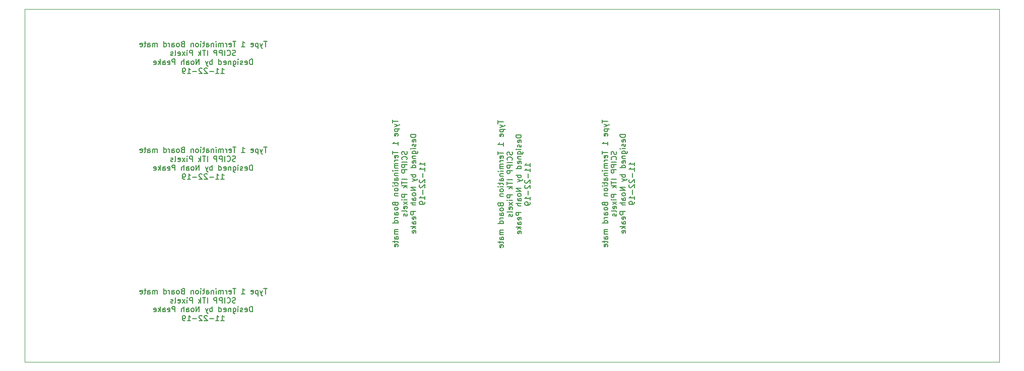
<source format=gbr>
G04 #@! TF.GenerationSoftware,KiCad,Pcbnew,(5.1.4)-1*
G04 #@! TF.CreationDate,2019-11-22T14:34:32-08:00*
G04 #@! TF.ProjectId,Type1 Termination Board v2 (UMPT_ TLH),54797065-3120-4546-9572-6d696e617469,rev?*
G04 #@! TF.SameCoordinates,Original*
G04 #@! TF.FileFunction,Legend,Bot*
G04 #@! TF.FilePolarity,Positive*
%FSLAX46Y46*%
G04 Gerber Fmt 4.6, Leading zero omitted, Abs format (unit mm)*
G04 Created by KiCad (PCBNEW (5.1.4)-1) date 2019-11-22 14:34:32*
%MOMM*%
%LPD*%
G04 APERTURE LIST*
%ADD10C,0.050000*%
%ADD11C,0.150000*%
G04 APERTURE END LIST*
D10*
X175900000Y-70700000D02*
X175900000Y-71500000D01*
X12100000Y-71500000D02*
X12100000Y-12100000D01*
X175900000Y-71500000D02*
X12100000Y-71500000D01*
X175900000Y-12100000D02*
X175900000Y-70700000D01*
X12100000Y-12100000D02*
X175900000Y-12100000D01*
D11*
X109157142Y-30785714D02*
X109157142Y-31300000D01*
X110057142Y-31042857D02*
X109157142Y-31042857D01*
X109457142Y-31514285D02*
X110057142Y-31728571D01*
X109457142Y-31942857D02*
X110057142Y-31728571D01*
X110271428Y-31642857D01*
X110314285Y-31600000D01*
X110357142Y-31514285D01*
X109457142Y-32285714D02*
X110357142Y-32285714D01*
X109500000Y-32285714D02*
X109457142Y-32371428D01*
X109457142Y-32542857D01*
X109500000Y-32628571D01*
X109542857Y-32671428D01*
X109628571Y-32714285D01*
X109885714Y-32714285D01*
X109971428Y-32671428D01*
X110014285Y-32628571D01*
X110057142Y-32542857D01*
X110057142Y-32371428D01*
X110014285Y-32285714D01*
X110014285Y-33442857D02*
X110057142Y-33357142D01*
X110057142Y-33185714D01*
X110014285Y-33100000D01*
X109928571Y-33057142D01*
X109585714Y-33057142D01*
X109500000Y-33100000D01*
X109457142Y-33185714D01*
X109457142Y-33357142D01*
X109500000Y-33442857D01*
X109585714Y-33485714D01*
X109671428Y-33485714D01*
X109757142Y-33057142D01*
X110057142Y-35028571D02*
X110057142Y-34514285D01*
X110057142Y-34771428D02*
X109157142Y-34771428D01*
X109285714Y-34685714D01*
X109371428Y-34600000D01*
X109414285Y-34514285D01*
X109157142Y-35971428D02*
X109157142Y-36485714D01*
X110057142Y-36228571D02*
X109157142Y-36228571D01*
X110014285Y-37128571D02*
X110057142Y-37042857D01*
X110057142Y-36871428D01*
X110014285Y-36785714D01*
X109928571Y-36742857D01*
X109585714Y-36742857D01*
X109500000Y-36785714D01*
X109457142Y-36871428D01*
X109457142Y-37042857D01*
X109500000Y-37128571D01*
X109585714Y-37171428D01*
X109671428Y-37171428D01*
X109757142Y-36742857D01*
X110057142Y-37557142D02*
X109457142Y-37557142D01*
X109628571Y-37557142D02*
X109542857Y-37600000D01*
X109500000Y-37642857D01*
X109457142Y-37728571D01*
X109457142Y-37814285D01*
X110057142Y-38114285D02*
X109457142Y-38114285D01*
X109542857Y-38114285D02*
X109500000Y-38157142D01*
X109457142Y-38242857D01*
X109457142Y-38371428D01*
X109500000Y-38457142D01*
X109585714Y-38500000D01*
X110057142Y-38500000D01*
X109585714Y-38500000D02*
X109500000Y-38542857D01*
X109457142Y-38628571D01*
X109457142Y-38757142D01*
X109500000Y-38842857D01*
X109585714Y-38885714D01*
X110057142Y-38885714D01*
X110057142Y-39314285D02*
X109457142Y-39314285D01*
X109157142Y-39314285D02*
X109200000Y-39271428D01*
X109242857Y-39314285D01*
X109200000Y-39357142D01*
X109157142Y-39314285D01*
X109242857Y-39314285D01*
X109457142Y-39742857D02*
X110057142Y-39742857D01*
X109542857Y-39742857D02*
X109500000Y-39785714D01*
X109457142Y-39871428D01*
X109457142Y-40000000D01*
X109500000Y-40085714D01*
X109585714Y-40128571D01*
X110057142Y-40128571D01*
X110057142Y-40942857D02*
X109585714Y-40942857D01*
X109500000Y-40900000D01*
X109457142Y-40814285D01*
X109457142Y-40642857D01*
X109500000Y-40557142D01*
X110014285Y-40942857D02*
X110057142Y-40857142D01*
X110057142Y-40642857D01*
X110014285Y-40557142D01*
X109928571Y-40514285D01*
X109842857Y-40514285D01*
X109757142Y-40557142D01*
X109714285Y-40642857D01*
X109714285Y-40857142D01*
X109671428Y-40942857D01*
X109457142Y-41242857D02*
X109457142Y-41585714D01*
X109157142Y-41371428D02*
X109928571Y-41371428D01*
X110014285Y-41414285D01*
X110057142Y-41500000D01*
X110057142Y-41585714D01*
X110057142Y-41885714D02*
X109457142Y-41885714D01*
X109157142Y-41885714D02*
X109200000Y-41842857D01*
X109242857Y-41885714D01*
X109200000Y-41928571D01*
X109157142Y-41885714D01*
X109242857Y-41885714D01*
X110057142Y-42442857D02*
X110014285Y-42357142D01*
X109971428Y-42314285D01*
X109885714Y-42271428D01*
X109628571Y-42271428D01*
X109542857Y-42314285D01*
X109500000Y-42357142D01*
X109457142Y-42442857D01*
X109457142Y-42571428D01*
X109500000Y-42657142D01*
X109542857Y-42700000D01*
X109628571Y-42742857D01*
X109885714Y-42742857D01*
X109971428Y-42700000D01*
X110014285Y-42657142D01*
X110057142Y-42571428D01*
X110057142Y-42442857D01*
X109457142Y-43128571D02*
X110057142Y-43128571D01*
X109542857Y-43128571D02*
X109500000Y-43171428D01*
X109457142Y-43257142D01*
X109457142Y-43385714D01*
X109500000Y-43471428D01*
X109585714Y-43514285D01*
X110057142Y-43514285D01*
X109585714Y-44928571D02*
X109628571Y-45057142D01*
X109671428Y-45100000D01*
X109757142Y-45142857D01*
X109885714Y-45142857D01*
X109971428Y-45100000D01*
X110014285Y-45057142D01*
X110057142Y-44971428D01*
X110057142Y-44628571D01*
X109157142Y-44628571D01*
X109157142Y-44928571D01*
X109200000Y-45014285D01*
X109242857Y-45057142D01*
X109328571Y-45100000D01*
X109414285Y-45100000D01*
X109500000Y-45057142D01*
X109542857Y-45014285D01*
X109585714Y-44928571D01*
X109585714Y-44628571D01*
X110057142Y-45657142D02*
X110014285Y-45571428D01*
X109971428Y-45528571D01*
X109885714Y-45485714D01*
X109628571Y-45485714D01*
X109542857Y-45528571D01*
X109500000Y-45571428D01*
X109457142Y-45657142D01*
X109457142Y-45785714D01*
X109500000Y-45871428D01*
X109542857Y-45914285D01*
X109628571Y-45957142D01*
X109885714Y-45957142D01*
X109971428Y-45914285D01*
X110014285Y-45871428D01*
X110057142Y-45785714D01*
X110057142Y-45657142D01*
X110057142Y-46728571D02*
X109585714Y-46728571D01*
X109500000Y-46685714D01*
X109457142Y-46600000D01*
X109457142Y-46428571D01*
X109500000Y-46342857D01*
X110014285Y-46728571D02*
X110057142Y-46642857D01*
X110057142Y-46428571D01*
X110014285Y-46342857D01*
X109928571Y-46300000D01*
X109842857Y-46300000D01*
X109757142Y-46342857D01*
X109714285Y-46428571D01*
X109714285Y-46642857D01*
X109671428Y-46728571D01*
X110057142Y-47157142D02*
X109457142Y-47157142D01*
X109628571Y-47157142D02*
X109542857Y-47200000D01*
X109500000Y-47242857D01*
X109457142Y-47328571D01*
X109457142Y-47414285D01*
X110057142Y-48100000D02*
X109157142Y-48100000D01*
X110014285Y-48100000D02*
X110057142Y-48014285D01*
X110057142Y-47842857D01*
X110014285Y-47757142D01*
X109971428Y-47714285D01*
X109885714Y-47671428D01*
X109628571Y-47671428D01*
X109542857Y-47714285D01*
X109500000Y-47757142D01*
X109457142Y-47842857D01*
X109457142Y-48014285D01*
X109500000Y-48100000D01*
X110057142Y-49214285D02*
X109457142Y-49214285D01*
X109542857Y-49214285D02*
X109500000Y-49257142D01*
X109457142Y-49342857D01*
X109457142Y-49471428D01*
X109500000Y-49557142D01*
X109585714Y-49600000D01*
X110057142Y-49600000D01*
X109585714Y-49600000D02*
X109500000Y-49642857D01*
X109457142Y-49728571D01*
X109457142Y-49857142D01*
X109500000Y-49942857D01*
X109585714Y-49985714D01*
X110057142Y-49985714D01*
X110057142Y-50800000D02*
X109585714Y-50800000D01*
X109500000Y-50757142D01*
X109457142Y-50671428D01*
X109457142Y-50500000D01*
X109500000Y-50414285D01*
X110014285Y-50800000D02*
X110057142Y-50714285D01*
X110057142Y-50500000D01*
X110014285Y-50414285D01*
X109928571Y-50371428D01*
X109842857Y-50371428D01*
X109757142Y-50414285D01*
X109714285Y-50500000D01*
X109714285Y-50714285D01*
X109671428Y-50800000D01*
X109457142Y-51100000D02*
X109457142Y-51442857D01*
X109157142Y-51228571D02*
X109928571Y-51228571D01*
X110014285Y-51271428D01*
X110057142Y-51357142D01*
X110057142Y-51442857D01*
X110014285Y-52085714D02*
X110057142Y-52000000D01*
X110057142Y-51828571D01*
X110014285Y-51742857D01*
X109928571Y-51700000D01*
X109585714Y-51700000D01*
X109500000Y-51742857D01*
X109457142Y-51828571D01*
X109457142Y-52000000D01*
X109500000Y-52085714D01*
X109585714Y-52128571D01*
X109671428Y-52128571D01*
X109757142Y-51700000D01*
X111514285Y-36057142D02*
X111557142Y-36185714D01*
X111557142Y-36400000D01*
X111514285Y-36485714D01*
X111471428Y-36528571D01*
X111385714Y-36571428D01*
X111300000Y-36571428D01*
X111214285Y-36528571D01*
X111171428Y-36485714D01*
X111128571Y-36400000D01*
X111085714Y-36228571D01*
X111042857Y-36142857D01*
X111000000Y-36100000D01*
X110914285Y-36057142D01*
X110828571Y-36057142D01*
X110742857Y-36100000D01*
X110700000Y-36142857D01*
X110657142Y-36228571D01*
X110657142Y-36442857D01*
X110700000Y-36571428D01*
X111471428Y-37471428D02*
X111514285Y-37428571D01*
X111557142Y-37300000D01*
X111557142Y-37214285D01*
X111514285Y-37085714D01*
X111428571Y-37000000D01*
X111342857Y-36957142D01*
X111171428Y-36914285D01*
X111042857Y-36914285D01*
X110871428Y-36957142D01*
X110785714Y-37000000D01*
X110700000Y-37085714D01*
X110657142Y-37214285D01*
X110657142Y-37300000D01*
X110700000Y-37428571D01*
X110742857Y-37471428D01*
X111557142Y-37857142D02*
X110657142Y-37857142D01*
X111557142Y-38285714D02*
X110657142Y-38285714D01*
X110657142Y-38628571D01*
X110700000Y-38714285D01*
X110742857Y-38757142D01*
X110828571Y-38800000D01*
X110957142Y-38800000D01*
X111042857Y-38757142D01*
X111085714Y-38714285D01*
X111128571Y-38628571D01*
X111128571Y-38285714D01*
X111557142Y-39185714D02*
X110657142Y-39185714D01*
X110657142Y-39528571D01*
X110700000Y-39614285D01*
X110742857Y-39657142D01*
X110828571Y-39700000D01*
X110957142Y-39700000D01*
X111042857Y-39657142D01*
X111085714Y-39614285D01*
X111128571Y-39528571D01*
X111128571Y-39185714D01*
X111557142Y-40771428D02*
X110657142Y-40771428D01*
X110657142Y-41071428D02*
X110657142Y-41585714D01*
X111557142Y-41328571D02*
X110657142Y-41328571D01*
X111557142Y-41885714D02*
X110657142Y-41885714D01*
X111214285Y-41971428D02*
X111557142Y-42228571D01*
X110957142Y-42228571D02*
X111300000Y-41885714D01*
X111557142Y-43300000D02*
X110657142Y-43300000D01*
X110657142Y-43642857D01*
X110700000Y-43728571D01*
X110742857Y-43771428D01*
X110828571Y-43814285D01*
X110957142Y-43814285D01*
X111042857Y-43771428D01*
X111085714Y-43728571D01*
X111128571Y-43642857D01*
X111128571Y-43300000D01*
X111557142Y-44200000D02*
X110957142Y-44200000D01*
X110657142Y-44200000D02*
X110700000Y-44157142D01*
X110742857Y-44200000D01*
X110700000Y-44242857D01*
X110657142Y-44200000D01*
X110742857Y-44200000D01*
X111557142Y-44542857D02*
X110957142Y-45014285D01*
X110957142Y-44542857D02*
X111557142Y-45014285D01*
X111514285Y-45700000D02*
X111557142Y-45614285D01*
X111557142Y-45442857D01*
X111514285Y-45357142D01*
X111428571Y-45314285D01*
X111085714Y-45314285D01*
X111000000Y-45357142D01*
X110957142Y-45442857D01*
X110957142Y-45614285D01*
X111000000Y-45700000D01*
X111085714Y-45742857D01*
X111171428Y-45742857D01*
X111257142Y-45314285D01*
X111557142Y-46257142D02*
X111514285Y-46171428D01*
X111428571Y-46128571D01*
X110657142Y-46128571D01*
X111514285Y-46557142D02*
X111557142Y-46642857D01*
X111557142Y-46814285D01*
X111514285Y-46900000D01*
X111428571Y-46942857D01*
X111385714Y-46942857D01*
X111300000Y-46900000D01*
X111257142Y-46814285D01*
X111257142Y-46685714D01*
X111214285Y-46600000D01*
X111128571Y-46557142D01*
X111085714Y-46557142D01*
X111000000Y-46600000D01*
X110957142Y-46685714D01*
X110957142Y-46814285D01*
X111000000Y-46900000D01*
X113057142Y-33228571D02*
X112157142Y-33228571D01*
X112157142Y-33442857D01*
X112200000Y-33571428D01*
X112285714Y-33657142D01*
X112371428Y-33700000D01*
X112542857Y-33742857D01*
X112671428Y-33742857D01*
X112842857Y-33700000D01*
X112928571Y-33657142D01*
X113014285Y-33571428D01*
X113057142Y-33442857D01*
X113057142Y-33228571D01*
X113014285Y-34471428D02*
X113057142Y-34385714D01*
X113057142Y-34214285D01*
X113014285Y-34128571D01*
X112928571Y-34085714D01*
X112585714Y-34085714D01*
X112500000Y-34128571D01*
X112457142Y-34214285D01*
X112457142Y-34385714D01*
X112500000Y-34471428D01*
X112585714Y-34514285D01*
X112671428Y-34514285D01*
X112757142Y-34085714D01*
X113014285Y-34857142D02*
X113057142Y-34942857D01*
X113057142Y-35114285D01*
X113014285Y-35200000D01*
X112928571Y-35242857D01*
X112885714Y-35242857D01*
X112800000Y-35200000D01*
X112757142Y-35114285D01*
X112757142Y-34985714D01*
X112714285Y-34900000D01*
X112628571Y-34857142D01*
X112585714Y-34857142D01*
X112500000Y-34900000D01*
X112457142Y-34985714D01*
X112457142Y-35114285D01*
X112500000Y-35200000D01*
X113057142Y-35628571D02*
X112457142Y-35628571D01*
X112157142Y-35628571D02*
X112200000Y-35585714D01*
X112242857Y-35628571D01*
X112200000Y-35671428D01*
X112157142Y-35628571D01*
X112242857Y-35628571D01*
X112457142Y-36442857D02*
X113185714Y-36442857D01*
X113271428Y-36400000D01*
X113314285Y-36357142D01*
X113357142Y-36271428D01*
X113357142Y-36142857D01*
X113314285Y-36057142D01*
X113014285Y-36442857D02*
X113057142Y-36357142D01*
X113057142Y-36185714D01*
X113014285Y-36100000D01*
X112971428Y-36057142D01*
X112885714Y-36014285D01*
X112628571Y-36014285D01*
X112542857Y-36057142D01*
X112500000Y-36100000D01*
X112457142Y-36185714D01*
X112457142Y-36357142D01*
X112500000Y-36442857D01*
X112457142Y-36871428D02*
X113057142Y-36871428D01*
X112542857Y-36871428D02*
X112500000Y-36914285D01*
X112457142Y-37000000D01*
X112457142Y-37128571D01*
X112500000Y-37214285D01*
X112585714Y-37257142D01*
X113057142Y-37257142D01*
X113014285Y-38028571D02*
X113057142Y-37942857D01*
X113057142Y-37771428D01*
X113014285Y-37685714D01*
X112928571Y-37642857D01*
X112585714Y-37642857D01*
X112500000Y-37685714D01*
X112457142Y-37771428D01*
X112457142Y-37942857D01*
X112500000Y-38028571D01*
X112585714Y-38071428D01*
X112671428Y-38071428D01*
X112757142Y-37642857D01*
X113057142Y-38842857D02*
X112157142Y-38842857D01*
X113014285Y-38842857D02*
X113057142Y-38757142D01*
X113057142Y-38585714D01*
X113014285Y-38500000D01*
X112971428Y-38457142D01*
X112885714Y-38414285D01*
X112628571Y-38414285D01*
X112542857Y-38457142D01*
X112500000Y-38500000D01*
X112457142Y-38585714D01*
X112457142Y-38757142D01*
X112500000Y-38842857D01*
X113057142Y-39957142D02*
X112157142Y-39957142D01*
X112500000Y-39957142D02*
X112457142Y-40042857D01*
X112457142Y-40214285D01*
X112500000Y-40300000D01*
X112542857Y-40342857D01*
X112628571Y-40385714D01*
X112885714Y-40385714D01*
X112971428Y-40342857D01*
X113014285Y-40300000D01*
X113057142Y-40214285D01*
X113057142Y-40042857D01*
X113014285Y-39957142D01*
X112457142Y-40685714D02*
X113057142Y-40900000D01*
X112457142Y-41114285D02*
X113057142Y-40900000D01*
X113271428Y-40814285D01*
X113314285Y-40771428D01*
X113357142Y-40685714D01*
X113057142Y-42142857D02*
X112157142Y-42142857D01*
X113057142Y-42657142D01*
X112157142Y-42657142D01*
X113057142Y-43214285D02*
X113014285Y-43128571D01*
X112971428Y-43085714D01*
X112885714Y-43042857D01*
X112628571Y-43042857D01*
X112542857Y-43085714D01*
X112500000Y-43128571D01*
X112457142Y-43214285D01*
X112457142Y-43342857D01*
X112500000Y-43428571D01*
X112542857Y-43471428D01*
X112628571Y-43514285D01*
X112885714Y-43514285D01*
X112971428Y-43471428D01*
X113014285Y-43428571D01*
X113057142Y-43342857D01*
X113057142Y-43214285D01*
X113057142Y-44285714D02*
X112585714Y-44285714D01*
X112500000Y-44242857D01*
X112457142Y-44157142D01*
X112457142Y-43985714D01*
X112500000Y-43900000D01*
X113014285Y-44285714D02*
X113057142Y-44200000D01*
X113057142Y-43985714D01*
X113014285Y-43900000D01*
X112928571Y-43857142D01*
X112842857Y-43857142D01*
X112757142Y-43900000D01*
X112714285Y-43985714D01*
X112714285Y-44200000D01*
X112671428Y-44285714D01*
X113057142Y-44714285D02*
X112157142Y-44714285D01*
X113057142Y-45100000D02*
X112585714Y-45100000D01*
X112500000Y-45057142D01*
X112457142Y-44971428D01*
X112457142Y-44842857D01*
X112500000Y-44757142D01*
X112542857Y-44714285D01*
X113057142Y-46214285D02*
X112157142Y-46214285D01*
X112157142Y-46557142D01*
X112200000Y-46642857D01*
X112242857Y-46685714D01*
X112328571Y-46728571D01*
X112457142Y-46728571D01*
X112542857Y-46685714D01*
X112585714Y-46642857D01*
X112628571Y-46557142D01*
X112628571Y-46214285D01*
X113014285Y-47457142D02*
X113057142Y-47371428D01*
X113057142Y-47200000D01*
X113014285Y-47114285D01*
X112928571Y-47071428D01*
X112585714Y-47071428D01*
X112500000Y-47114285D01*
X112457142Y-47200000D01*
X112457142Y-47371428D01*
X112500000Y-47457142D01*
X112585714Y-47500000D01*
X112671428Y-47500000D01*
X112757142Y-47071428D01*
X113057142Y-48271428D02*
X112585714Y-48271428D01*
X112500000Y-48228571D01*
X112457142Y-48142857D01*
X112457142Y-47971428D01*
X112500000Y-47885714D01*
X113014285Y-48271428D02*
X113057142Y-48185714D01*
X113057142Y-47971428D01*
X113014285Y-47885714D01*
X112928571Y-47842857D01*
X112842857Y-47842857D01*
X112757142Y-47885714D01*
X112714285Y-47971428D01*
X112714285Y-48185714D01*
X112671428Y-48271428D01*
X113057142Y-48700000D02*
X112157142Y-48700000D01*
X112714285Y-48785714D02*
X113057142Y-49042857D01*
X112457142Y-49042857D02*
X112800000Y-48700000D01*
X113014285Y-49771428D02*
X113057142Y-49685714D01*
X113057142Y-49514285D01*
X113014285Y-49428571D01*
X112928571Y-49385714D01*
X112585714Y-49385714D01*
X112500000Y-49428571D01*
X112457142Y-49514285D01*
X112457142Y-49685714D01*
X112500000Y-49771428D01*
X112585714Y-49814285D01*
X112671428Y-49814285D01*
X112757142Y-49385714D01*
X114557142Y-38500000D02*
X114557142Y-37985714D01*
X114557142Y-38242857D02*
X113657142Y-38242857D01*
X113785714Y-38157142D01*
X113871428Y-38071428D01*
X113914285Y-37985714D01*
X114557142Y-39357142D02*
X114557142Y-38842857D01*
X114557142Y-39100000D02*
X113657142Y-39100000D01*
X113785714Y-39014285D01*
X113871428Y-38928571D01*
X113914285Y-38842857D01*
X114214285Y-39742857D02*
X114214285Y-40428571D01*
X113742857Y-40814285D02*
X113700000Y-40857142D01*
X113657142Y-40942857D01*
X113657142Y-41157142D01*
X113700000Y-41242857D01*
X113742857Y-41285714D01*
X113828571Y-41328571D01*
X113914285Y-41328571D01*
X114042857Y-41285714D01*
X114557142Y-40771428D01*
X114557142Y-41328571D01*
X113742857Y-41671428D02*
X113700000Y-41714285D01*
X113657142Y-41800000D01*
X113657142Y-42014285D01*
X113700000Y-42100000D01*
X113742857Y-42142857D01*
X113828571Y-42185714D01*
X113914285Y-42185714D01*
X114042857Y-42142857D01*
X114557142Y-41628571D01*
X114557142Y-42185714D01*
X114214285Y-42571428D02*
X114214285Y-43257142D01*
X114557142Y-44157142D02*
X114557142Y-43642857D01*
X114557142Y-43900000D02*
X113657142Y-43900000D01*
X113785714Y-43814285D01*
X113871428Y-43728571D01*
X113914285Y-43642857D01*
X114557142Y-44585714D02*
X114557142Y-44757142D01*
X114514285Y-44842857D01*
X114471428Y-44885714D01*
X114342857Y-44971428D01*
X114171428Y-45014285D01*
X113828571Y-45014285D01*
X113742857Y-44971428D01*
X113700000Y-44928571D01*
X113657142Y-44842857D01*
X113657142Y-44671428D01*
X113700000Y-44585714D01*
X113742857Y-44542857D01*
X113828571Y-44500000D01*
X114042857Y-44500000D01*
X114128571Y-44542857D01*
X114171428Y-44585714D01*
X114214285Y-44671428D01*
X114214285Y-44842857D01*
X114171428Y-44928571D01*
X114128571Y-44971428D01*
X114042857Y-45014285D01*
X91657142Y-30885714D02*
X91657142Y-31400000D01*
X92557142Y-31142857D02*
X91657142Y-31142857D01*
X91957142Y-31614285D02*
X92557142Y-31828571D01*
X91957142Y-32042857D02*
X92557142Y-31828571D01*
X92771428Y-31742857D01*
X92814285Y-31700000D01*
X92857142Y-31614285D01*
X91957142Y-32385714D02*
X92857142Y-32385714D01*
X92000000Y-32385714D02*
X91957142Y-32471428D01*
X91957142Y-32642857D01*
X92000000Y-32728571D01*
X92042857Y-32771428D01*
X92128571Y-32814285D01*
X92385714Y-32814285D01*
X92471428Y-32771428D01*
X92514285Y-32728571D01*
X92557142Y-32642857D01*
X92557142Y-32471428D01*
X92514285Y-32385714D01*
X92514285Y-33542857D02*
X92557142Y-33457142D01*
X92557142Y-33285714D01*
X92514285Y-33200000D01*
X92428571Y-33157142D01*
X92085714Y-33157142D01*
X92000000Y-33200000D01*
X91957142Y-33285714D01*
X91957142Y-33457142D01*
X92000000Y-33542857D01*
X92085714Y-33585714D01*
X92171428Y-33585714D01*
X92257142Y-33157142D01*
X92557142Y-35128571D02*
X92557142Y-34614285D01*
X92557142Y-34871428D02*
X91657142Y-34871428D01*
X91785714Y-34785714D01*
X91871428Y-34700000D01*
X91914285Y-34614285D01*
X91657142Y-36071428D02*
X91657142Y-36585714D01*
X92557142Y-36328571D02*
X91657142Y-36328571D01*
X92514285Y-37228571D02*
X92557142Y-37142857D01*
X92557142Y-36971428D01*
X92514285Y-36885714D01*
X92428571Y-36842857D01*
X92085714Y-36842857D01*
X92000000Y-36885714D01*
X91957142Y-36971428D01*
X91957142Y-37142857D01*
X92000000Y-37228571D01*
X92085714Y-37271428D01*
X92171428Y-37271428D01*
X92257142Y-36842857D01*
X92557142Y-37657142D02*
X91957142Y-37657142D01*
X92128571Y-37657142D02*
X92042857Y-37700000D01*
X92000000Y-37742857D01*
X91957142Y-37828571D01*
X91957142Y-37914285D01*
X92557142Y-38214285D02*
X91957142Y-38214285D01*
X92042857Y-38214285D02*
X92000000Y-38257142D01*
X91957142Y-38342857D01*
X91957142Y-38471428D01*
X92000000Y-38557142D01*
X92085714Y-38600000D01*
X92557142Y-38600000D01*
X92085714Y-38600000D02*
X92000000Y-38642857D01*
X91957142Y-38728571D01*
X91957142Y-38857142D01*
X92000000Y-38942857D01*
X92085714Y-38985714D01*
X92557142Y-38985714D01*
X92557142Y-39414285D02*
X91957142Y-39414285D01*
X91657142Y-39414285D02*
X91700000Y-39371428D01*
X91742857Y-39414285D01*
X91700000Y-39457142D01*
X91657142Y-39414285D01*
X91742857Y-39414285D01*
X91957142Y-39842857D02*
X92557142Y-39842857D01*
X92042857Y-39842857D02*
X92000000Y-39885714D01*
X91957142Y-39971428D01*
X91957142Y-40100000D01*
X92000000Y-40185714D01*
X92085714Y-40228571D01*
X92557142Y-40228571D01*
X92557142Y-41042857D02*
X92085714Y-41042857D01*
X92000000Y-41000000D01*
X91957142Y-40914285D01*
X91957142Y-40742857D01*
X92000000Y-40657142D01*
X92514285Y-41042857D02*
X92557142Y-40957142D01*
X92557142Y-40742857D01*
X92514285Y-40657142D01*
X92428571Y-40614285D01*
X92342857Y-40614285D01*
X92257142Y-40657142D01*
X92214285Y-40742857D01*
X92214285Y-40957142D01*
X92171428Y-41042857D01*
X91957142Y-41342857D02*
X91957142Y-41685714D01*
X91657142Y-41471428D02*
X92428571Y-41471428D01*
X92514285Y-41514285D01*
X92557142Y-41600000D01*
X92557142Y-41685714D01*
X92557142Y-41985714D02*
X91957142Y-41985714D01*
X91657142Y-41985714D02*
X91700000Y-41942857D01*
X91742857Y-41985714D01*
X91700000Y-42028571D01*
X91657142Y-41985714D01*
X91742857Y-41985714D01*
X92557142Y-42542857D02*
X92514285Y-42457142D01*
X92471428Y-42414285D01*
X92385714Y-42371428D01*
X92128571Y-42371428D01*
X92042857Y-42414285D01*
X92000000Y-42457142D01*
X91957142Y-42542857D01*
X91957142Y-42671428D01*
X92000000Y-42757142D01*
X92042857Y-42800000D01*
X92128571Y-42842857D01*
X92385714Y-42842857D01*
X92471428Y-42800000D01*
X92514285Y-42757142D01*
X92557142Y-42671428D01*
X92557142Y-42542857D01*
X91957142Y-43228571D02*
X92557142Y-43228571D01*
X92042857Y-43228571D02*
X92000000Y-43271428D01*
X91957142Y-43357142D01*
X91957142Y-43485714D01*
X92000000Y-43571428D01*
X92085714Y-43614285D01*
X92557142Y-43614285D01*
X92085714Y-45028571D02*
X92128571Y-45157142D01*
X92171428Y-45200000D01*
X92257142Y-45242857D01*
X92385714Y-45242857D01*
X92471428Y-45200000D01*
X92514285Y-45157142D01*
X92557142Y-45071428D01*
X92557142Y-44728571D01*
X91657142Y-44728571D01*
X91657142Y-45028571D01*
X91700000Y-45114285D01*
X91742857Y-45157142D01*
X91828571Y-45200000D01*
X91914285Y-45200000D01*
X92000000Y-45157142D01*
X92042857Y-45114285D01*
X92085714Y-45028571D01*
X92085714Y-44728571D01*
X92557142Y-45757142D02*
X92514285Y-45671428D01*
X92471428Y-45628571D01*
X92385714Y-45585714D01*
X92128571Y-45585714D01*
X92042857Y-45628571D01*
X92000000Y-45671428D01*
X91957142Y-45757142D01*
X91957142Y-45885714D01*
X92000000Y-45971428D01*
X92042857Y-46014285D01*
X92128571Y-46057142D01*
X92385714Y-46057142D01*
X92471428Y-46014285D01*
X92514285Y-45971428D01*
X92557142Y-45885714D01*
X92557142Y-45757142D01*
X92557142Y-46828571D02*
X92085714Y-46828571D01*
X92000000Y-46785714D01*
X91957142Y-46700000D01*
X91957142Y-46528571D01*
X92000000Y-46442857D01*
X92514285Y-46828571D02*
X92557142Y-46742857D01*
X92557142Y-46528571D01*
X92514285Y-46442857D01*
X92428571Y-46400000D01*
X92342857Y-46400000D01*
X92257142Y-46442857D01*
X92214285Y-46528571D01*
X92214285Y-46742857D01*
X92171428Y-46828571D01*
X92557142Y-47257142D02*
X91957142Y-47257142D01*
X92128571Y-47257142D02*
X92042857Y-47300000D01*
X92000000Y-47342857D01*
X91957142Y-47428571D01*
X91957142Y-47514285D01*
X92557142Y-48200000D02*
X91657142Y-48200000D01*
X92514285Y-48200000D02*
X92557142Y-48114285D01*
X92557142Y-47942857D01*
X92514285Y-47857142D01*
X92471428Y-47814285D01*
X92385714Y-47771428D01*
X92128571Y-47771428D01*
X92042857Y-47814285D01*
X92000000Y-47857142D01*
X91957142Y-47942857D01*
X91957142Y-48114285D01*
X92000000Y-48200000D01*
X92557142Y-49314285D02*
X91957142Y-49314285D01*
X92042857Y-49314285D02*
X92000000Y-49357142D01*
X91957142Y-49442857D01*
X91957142Y-49571428D01*
X92000000Y-49657142D01*
X92085714Y-49700000D01*
X92557142Y-49700000D01*
X92085714Y-49700000D02*
X92000000Y-49742857D01*
X91957142Y-49828571D01*
X91957142Y-49957142D01*
X92000000Y-50042857D01*
X92085714Y-50085714D01*
X92557142Y-50085714D01*
X92557142Y-50900000D02*
X92085714Y-50900000D01*
X92000000Y-50857142D01*
X91957142Y-50771428D01*
X91957142Y-50600000D01*
X92000000Y-50514285D01*
X92514285Y-50900000D02*
X92557142Y-50814285D01*
X92557142Y-50600000D01*
X92514285Y-50514285D01*
X92428571Y-50471428D01*
X92342857Y-50471428D01*
X92257142Y-50514285D01*
X92214285Y-50600000D01*
X92214285Y-50814285D01*
X92171428Y-50900000D01*
X91957142Y-51200000D02*
X91957142Y-51542857D01*
X91657142Y-51328571D02*
X92428571Y-51328571D01*
X92514285Y-51371428D01*
X92557142Y-51457142D01*
X92557142Y-51542857D01*
X92514285Y-52185714D02*
X92557142Y-52100000D01*
X92557142Y-51928571D01*
X92514285Y-51842857D01*
X92428571Y-51800000D01*
X92085714Y-51800000D01*
X92000000Y-51842857D01*
X91957142Y-51928571D01*
X91957142Y-52100000D01*
X92000000Y-52185714D01*
X92085714Y-52228571D01*
X92171428Y-52228571D01*
X92257142Y-51800000D01*
X94014285Y-36157142D02*
X94057142Y-36285714D01*
X94057142Y-36500000D01*
X94014285Y-36585714D01*
X93971428Y-36628571D01*
X93885714Y-36671428D01*
X93800000Y-36671428D01*
X93714285Y-36628571D01*
X93671428Y-36585714D01*
X93628571Y-36500000D01*
X93585714Y-36328571D01*
X93542857Y-36242857D01*
X93500000Y-36200000D01*
X93414285Y-36157142D01*
X93328571Y-36157142D01*
X93242857Y-36200000D01*
X93200000Y-36242857D01*
X93157142Y-36328571D01*
X93157142Y-36542857D01*
X93200000Y-36671428D01*
X93971428Y-37571428D02*
X94014285Y-37528571D01*
X94057142Y-37400000D01*
X94057142Y-37314285D01*
X94014285Y-37185714D01*
X93928571Y-37100000D01*
X93842857Y-37057142D01*
X93671428Y-37014285D01*
X93542857Y-37014285D01*
X93371428Y-37057142D01*
X93285714Y-37100000D01*
X93200000Y-37185714D01*
X93157142Y-37314285D01*
X93157142Y-37400000D01*
X93200000Y-37528571D01*
X93242857Y-37571428D01*
X94057142Y-37957142D02*
X93157142Y-37957142D01*
X94057142Y-38385714D02*
X93157142Y-38385714D01*
X93157142Y-38728571D01*
X93200000Y-38814285D01*
X93242857Y-38857142D01*
X93328571Y-38900000D01*
X93457142Y-38900000D01*
X93542857Y-38857142D01*
X93585714Y-38814285D01*
X93628571Y-38728571D01*
X93628571Y-38385714D01*
X94057142Y-39285714D02*
X93157142Y-39285714D01*
X93157142Y-39628571D01*
X93200000Y-39714285D01*
X93242857Y-39757142D01*
X93328571Y-39800000D01*
X93457142Y-39800000D01*
X93542857Y-39757142D01*
X93585714Y-39714285D01*
X93628571Y-39628571D01*
X93628571Y-39285714D01*
X94057142Y-40871428D02*
X93157142Y-40871428D01*
X93157142Y-41171428D02*
X93157142Y-41685714D01*
X94057142Y-41428571D02*
X93157142Y-41428571D01*
X94057142Y-41985714D02*
X93157142Y-41985714D01*
X93714285Y-42071428D02*
X94057142Y-42328571D01*
X93457142Y-42328571D02*
X93800000Y-41985714D01*
X94057142Y-43400000D02*
X93157142Y-43400000D01*
X93157142Y-43742857D01*
X93200000Y-43828571D01*
X93242857Y-43871428D01*
X93328571Y-43914285D01*
X93457142Y-43914285D01*
X93542857Y-43871428D01*
X93585714Y-43828571D01*
X93628571Y-43742857D01*
X93628571Y-43400000D01*
X94057142Y-44300000D02*
X93457142Y-44300000D01*
X93157142Y-44300000D02*
X93200000Y-44257142D01*
X93242857Y-44300000D01*
X93200000Y-44342857D01*
X93157142Y-44300000D01*
X93242857Y-44300000D01*
X94057142Y-44642857D02*
X93457142Y-45114285D01*
X93457142Y-44642857D02*
X94057142Y-45114285D01*
X94014285Y-45800000D02*
X94057142Y-45714285D01*
X94057142Y-45542857D01*
X94014285Y-45457142D01*
X93928571Y-45414285D01*
X93585714Y-45414285D01*
X93500000Y-45457142D01*
X93457142Y-45542857D01*
X93457142Y-45714285D01*
X93500000Y-45800000D01*
X93585714Y-45842857D01*
X93671428Y-45842857D01*
X93757142Y-45414285D01*
X94057142Y-46357142D02*
X94014285Y-46271428D01*
X93928571Y-46228571D01*
X93157142Y-46228571D01*
X94014285Y-46657142D02*
X94057142Y-46742857D01*
X94057142Y-46914285D01*
X94014285Y-47000000D01*
X93928571Y-47042857D01*
X93885714Y-47042857D01*
X93800000Y-47000000D01*
X93757142Y-46914285D01*
X93757142Y-46785714D01*
X93714285Y-46700000D01*
X93628571Y-46657142D01*
X93585714Y-46657142D01*
X93500000Y-46700000D01*
X93457142Y-46785714D01*
X93457142Y-46914285D01*
X93500000Y-47000000D01*
X95557142Y-33328571D02*
X94657142Y-33328571D01*
X94657142Y-33542857D01*
X94700000Y-33671428D01*
X94785714Y-33757142D01*
X94871428Y-33800000D01*
X95042857Y-33842857D01*
X95171428Y-33842857D01*
X95342857Y-33800000D01*
X95428571Y-33757142D01*
X95514285Y-33671428D01*
X95557142Y-33542857D01*
X95557142Y-33328571D01*
X95514285Y-34571428D02*
X95557142Y-34485714D01*
X95557142Y-34314285D01*
X95514285Y-34228571D01*
X95428571Y-34185714D01*
X95085714Y-34185714D01*
X95000000Y-34228571D01*
X94957142Y-34314285D01*
X94957142Y-34485714D01*
X95000000Y-34571428D01*
X95085714Y-34614285D01*
X95171428Y-34614285D01*
X95257142Y-34185714D01*
X95514285Y-34957142D02*
X95557142Y-35042857D01*
X95557142Y-35214285D01*
X95514285Y-35300000D01*
X95428571Y-35342857D01*
X95385714Y-35342857D01*
X95300000Y-35300000D01*
X95257142Y-35214285D01*
X95257142Y-35085714D01*
X95214285Y-35000000D01*
X95128571Y-34957142D01*
X95085714Y-34957142D01*
X95000000Y-35000000D01*
X94957142Y-35085714D01*
X94957142Y-35214285D01*
X95000000Y-35300000D01*
X95557142Y-35728571D02*
X94957142Y-35728571D01*
X94657142Y-35728571D02*
X94700000Y-35685714D01*
X94742857Y-35728571D01*
X94700000Y-35771428D01*
X94657142Y-35728571D01*
X94742857Y-35728571D01*
X94957142Y-36542857D02*
X95685714Y-36542857D01*
X95771428Y-36500000D01*
X95814285Y-36457142D01*
X95857142Y-36371428D01*
X95857142Y-36242857D01*
X95814285Y-36157142D01*
X95514285Y-36542857D02*
X95557142Y-36457142D01*
X95557142Y-36285714D01*
X95514285Y-36200000D01*
X95471428Y-36157142D01*
X95385714Y-36114285D01*
X95128571Y-36114285D01*
X95042857Y-36157142D01*
X95000000Y-36200000D01*
X94957142Y-36285714D01*
X94957142Y-36457142D01*
X95000000Y-36542857D01*
X94957142Y-36971428D02*
X95557142Y-36971428D01*
X95042857Y-36971428D02*
X95000000Y-37014285D01*
X94957142Y-37100000D01*
X94957142Y-37228571D01*
X95000000Y-37314285D01*
X95085714Y-37357142D01*
X95557142Y-37357142D01*
X95514285Y-38128571D02*
X95557142Y-38042857D01*
X95557142Y-37871428D01*
X95514285Y-37785714D01*
X95428571Y-37742857D01*
X95085714Y-37742857D01*
X95000000Y-37785714D01*
X94957142Y-37871428D01*
X94957142Y-38042857D01*
X95000000Y-38128571D01*
X95085714Y-38171428D01*
X95171428Y-38171428D01*
X95257142Y-37742857D01*
X95557142Y-38942857D02*
X94657142Y-38942857D01*
X95514285Y-38942857D02*
X95557142Y-38857142D01*
X95557142Y-38685714D01*
X95514285Y-38600000D01*
X95471428Y-38557142D01*
X95385714Y-38514285D01*
X95128571Y-38514285D01*
X95042857Y-38557142D01*
X95000000Y-38600000D01*
X94957142Y-38685714D01*
X94957142Y-38857142D01*
X95000000Y-38942857D01*
X95557142Y-40057142D02*
X94657142Y-40057142D01*
X95000000Y-40057142D02*
X94957142Y-40142857D01*
X94957142Y-40314285D01*
X95000000Y-40400000D01*
X95042857Y-40442857D01*
X95128571Y-40485714D01*
X95385714Y-40485714D01*
X95471428Y-40442857D01*
X95514285Y-40400000D01*
X95557142Y-40314285D01*
X95557142Y-40142857D01*
X95514285Y-40057142D01*
X94957142Y-40785714D02*
X95557142Y-41000000D01*
X94957142Y-41214285D02*
X95557142Y-41000000D01*
X95771428Y-40914285D01*
X95814285Y-40871428D01*
X95857142Y-40785714D01*
X95557142Y-42242857D02*
X94657142Y-42242857D01*
X95557142Y-42757142D01*
X94657142Y-42757142D01*
X95557142Y-43314285D02*
X95514285Y-43228571D01*
X95471428Y-43185714D01*
X95385714Y-43142857D01*
X95128571Y-43142857D01*
X95042857Y-43185714D01*
X95000000Y-43228571D01*
X94957142Y-43314285D01*
X94957142Y-43442857D01*
X95000000Y-43528571D01*
X95042857Y-43571428D01*
X95128571Y-43614285D01*
X95385714Y-43614285D01*
X95471428Y-43571428D01*
X95514285Y-43528571D01*
X95557142Y-43442857D01*
X95557142Y-43314285D01*
X95557142Y-44385714D02*
X95085714Y-44385714D01*
X95000000Y-44342857D01*
X94957142Y-44257142D01*
X94957142Y-44085714D01*
X95000000Y-44000000D01*
X95514285Y-44385714D02*
X95557142Y-44300000D01*
X95557142Y-44085714D01*
X95514285Y-44000000D01*
X95428571Y-43957142D01*
X95342857Y-43957142D01*
X95257142Y-44000000D01*
X95214285Y-44085714D01*
X95214285Y-44300000D01*
X95171428Y-44385714D01*
X95557142Y-44814285D02*
X94657142Y-44814285D01*
X95557142Y-45200000D02*
X95085714Y-45200000D01*
X95000000Y-45157142D01*
X94957142Y-45071428D01*
X94957142Y-44942857D01*
X95000000Y-44857142D01*
X95042857Y-44814285D01*
X95557142Y-46314285D02*
X94657142Y-46314285D01*
X94657142Y-46657142D01*
X94700000Y-46742857D01*
X94742857Y-46785714D01*
X94828571Y-46828571D01*
X94957142Y-46828571D01*
X95042857Y-46785714D01*
X95085714Y-46742857D01*
X95128571Y-46657142D01*
X95128571Y-46314285D01*
X95514285Y-47557142D02*
X95557142Y-47471428D01*
X95557142Y-47300000D01*
X95514285Y-47214285D01*
X95428571Y-47171428D01*
X95085714Y-47171428D01*
X95000000Y-47214285D01*
X94957142Y-47300000D01*
X94957142Y-47471428D01*
X95000000Y-47557142D01*
X95085714Y-47600000D01*
X95171428Y-47600000D01*
X95257142Y-47171428D01*
X95557142Y-48371428D02*
X95085714Y-48371428D01*
X95000000Y-48328571D01*
X94957142Y-48242857D01*
X94957142Y-48071428D01*
X95000000Y-47985714D01*
X95514285Y-48371428D02*
X95557142Y-48285714D01*
X95557142Y-48071428D01*
X95514285Y-47985714D01*
X95428571Y-47942857D01*
X95342857Y-47942857D01*
X95257142Y-47985714D01*
X95214285Y-48071428D01*
X95214285Y-48285714D01*
X95171428Y-48371428D01*
X95557142Y-48800000D02*
X94657142Y-48800000D01*
X95214285Y-48885714D02*
X95557142Y-49142857D01*
X94957142Y-49142857D02*
X95300000Y-48800000D01*
X95514285Y-49871428D02*
X95557142Y-49785714D01*
X95557142Y-49614285D01*
X95514285Y-49528571D01*
X95428571Y-49485714D01*
X95085714Y-49485714D01*
X95000000Y-49528571D01*
X94957142Y-49614285D01*
X94957142Y-49785714D01*
X95000000Y-49871428D01*
X95085714Y-49914285D01*
X95171428Y-49914285D01*
X95257142Y-49485714D01*
X97057142Y-38600000D02*
X97057142Y-38085714D01*
X97057142Y-38342857D02*
X96157142Y-38342857D01*
X96285714Y-38257142D01*
X96371428Y-38171428D01*
X96414285Y-38085714D01*
X97057142Y-39457142D02*
X97057142Y-38942857D01*
X97057142Y-39200000D02*
X96157142Y-39200000D01*
X96285714Y-39114285D01*
X96371428Y-39028571D01*
X96414285Y-38942857D01*
X96714285Y-39842857D02*
X96714285Y-40528571D01*
X96242857Y-40914285D02*
X96200000Y-40957142D01*
X96157142Y-41042857D01*
X96157142Y-41257142D01*
X96200000Y-41342857D01*
X96242857Y-41385714D01*
X96328571Y-41428571D01*
X96414285Y-41428571D01*
X96542857Y-41385714D01*
X97057142Y-40871428D01*
X97057142Y-41428571D01*
X96242857Y-41771428D02*
X96200000Y-41814285D01*
X96157142Y-41900000D01*
X96157142Y-42114285D01*
X96200000Y-42200000D01*
X96242857Y-42242857D01*
X96328571Y-42285714D01*
X96414285Y-42285714D01*
X96542857Y-42242857D01*
X97057142Y-41728571D01*
X97057142Y-42285714D01*
X96714285Y-42671428D02*
X96714285Y-43357142D01*
X97057142Y-44257142D02*
X97057142Y-43742857D01*
X97057142Y-44000000D02*
X96157142Y-44000000D01*
X96285714Y-43914285D01*
X96371428Y-43828571D01*
X96414285Y-43742857D01*
X97057142Y-44685714D02*
X97057142Y-44857142D01*
X97014285Y-44942857D01*
X96971428Y-44985714D01*
X96842857Y-45071428D01*
X96671428Y-45114285D01*
X96328571Y-45114285D01*
X96242857Y-45071428D01*
X96200000Y-45028571D01*
X96157142Y-44942857D01*
X96157142Y-44771428D01*
X96200000Y-44685714D01*
X96242857Y-44642857D01*
X96328571Y-44600000D01*
X96542857Y-44600000D01*
X96628571Y-44642857D01*
X96671428Y-44685714D01*
X96714285Y-44771428D01*
X96714285Y-44942857D01*
X96671428Y-45028571D01*
X96628571Y-45071428D01*
X96542857Y-45114285D01*
X52814285Y-17557142D02*
X52300000Y-17557142D01*
X52557142Y-18457142D02*
X52557142Y-17557142D01*
X52085714Y-17857142D02*
X51871428Y-18457142D01*
X51657142Y-17857142D02*
X51871428Y-18457142D01*
X51957142Y-18671428D01*
X52000000Y-18714285D01*
X52085714Y-18757142D01*
X51314285Y-17857142D02*
X51314285Y-18757142D01*
X51314285Y-17900000D02*
X51228571Y-17857142D01*
X51057142Y-17857142D01*
X50971428Y-17900000D01*
X50928571Y-17942857D01*
X50885714Y-18028571D01*
X50885714Y-18285714D01*
X50928571Y-18371428D01*
X50971428Y-18414285D01*
X51057142Y-18457142D01*
X51228571Y-18457142D01*
X51314285Y-18414285D01*
X50157142Y-18414285D02*
X50242857Y-18457142D01*
X50414285Y-18457142D01*
X50500000Y-18414285D01*
X50542857Y-18328571D01*
X50542857Y-17985714D01*
X50500000Y-17900000D01*
X50414285Y-17857142D01*
X50242857Y-17857142D01*
X50157142Y-17900000D01*
X50114285Y-17985714D01*
X50114285Y-18071428D01*
X50542857Y-18157142D01*
X48571428Y-18457142D02*
X49085714Y-18457142D01*
X48828571Y-18457142D02*
X48828571Y-17557142D01*
X48914285Y-17685714D01*
X49000000Y-17771428D01*
X49085714Y-17814285D01*
X47628571Y-17557142D02*
X47114285Y-17557142D01*
X47371428Y-18457142D02*
X47371428Y-17557142D01*
X46471428Y-18414285D02*
X46557142Y-18457142D01*
X46728571Y-18457142D01*
X46814285Y-18414285D01*
X46857142Y-18328571D01*
X46857142Y-17985714D01*
X46814285Y-17900000D01*
X46728571Y-17857142D01*
X46557142Y-17857142D01*
X46471428Y-17900000D01*
X46428571Y-17985714D01*
X46428571Y-18071428D01*
X46857142Y-18157142D01*
X46042857Y-18457142D02*
X46042857Y-17857142D01*
X46042857Y-18028571D02*
X46000000Y-17942857D01*
X45957142Y-17900000D01*
X45871428Y-17857142D01*
X45785714Y-17857142D01*
X45485714Y-18457142D02*
X45485714Y-17857142D01*
X45485714Y-17942857D02*
X45442857Y-17900000D01*
X45357142Y-17857142D01*
X45228571Y-17857142D01*
X45142857Y-17900000D01*
X45100000Y-17985714D01*
X45100000Y-18457142D01*
X45100000Y-17985714D02*
X45057142Y-17900000D01*
X44971428Y-17857142D01*
X44842857Y-17857142D01*
X44757142Y-17900000D01*
X44714285Y-17985714D01*
X44714285Y-18457142D01*
X44285714Y-18457142D02*
X44285714Y-17857142D01*
X44285714Y-17557142D02*
X44328571Y-17600000D01*
X44285714Y-17642857D01*
X44242857Y-17600000D01*
X44285714Y-17557142D01*
X44285714Y-17642857D01*
X43857142Y-17857142D02*
X43857142Y-18457142D01*
X43857142Y-17942857D02*
X43814285Y-17900000D01*
X43728571Y-17857142D01*
X43600000Y-17857142D01*
X43514285Y-17900000D01*
X43471428Y-17985714D01*
X43471428Y-18457142D01*
X42657142Y-18457142D02*
X42657142Y-17985714D01*
X42700000Y-17900000D01*
X42785714Y-17857142D01*
X42957142Y-17857142D01*
X43042857Y-17900000D01*
X42657142Y-18414285D02*
X42742857Y-18457142D01*
X42957142Y-18457142D01*
X43042857Y-18414285D01*
X43085714Y-18328571D01*
X43085714Y-18242857D01*
X43042857Y-18157142D01*
X42957142Y-18114285D01*
X42742857Y-18114285D01*
X42657142Y-18071428D01*
X42357142Y-17857142D02*
X42014285Y-17857142D01*
X42228571Y-17557142D02*
X42228571Y-18328571D01*
X42185714Y-18414285D01*
X42100000Y-18457142D01*
X42014285Y-18457142D01*
X41714285Y-18457142D02*
X41714285Y-17857142D01*
X41714285Y-17557142D02*
X41757142Y-17600000D01*
X41714285Y-17642857D01*
X41671428Y-17600000D01*
X41714285Y-17557142D01*
X41714285Y-17642857D01*
X41157142Y-18457142D02*
X41242857Y-18414285D01*
X41285714Y-18371428D01*
X41328571Y-18285714D01*
X41328571Y-18028571D01*
X41285714Y-17942857D01*
X41242857Y-17900000D01*
X41157142Y-17857142D01*
X41028571Y-17857142D01*
X40942857Y-17900000D01*
X40900000Y-17942857D01*
X40857142Y-18028571D01*
X40857142Y-18285714D01*
X40900000Y-18371428D01*
X40942857Y-18414285D01*
X41028571Y-18457142D01*
X41157142Y-18457142D01*
X40471428Y-17857142D02*
X40471428Y-18457142D01*
X40471428Y-17942857D02*
X40428571Y-17900000D01*
X40342857Y-17857142D01*
X40214285Y-17857142D01*
X40128571Y-17900000D01*
X40085714Y-17985714D01*
X40085714Y-18457142D01*
X38671428Y-17985714D02*
X38542857Y-18028571D01*
X38500000Y-18071428D01*
X38457142Y-18157142D01*
X38457142Y-18285714D01*
X38500000Y-18371428D01*
X38542857Y-18414285D01*
X38628571Y-18457142D01*
X38971428Y-18457142D01*
X38971428Y-17557142D01*
X38671428Y-17557142D01*
X38585714Y-17600000D01*
X38542857Y-17642857D01*
X38500000Y-17728571D01*
X38500000Y-17814285D01*
X38542857Y-17900000D01*
X38585714Y-17942857D01*
X38671428Y-17985714D01*
X38971428Y-17985714D01*
X37942857Y-18457142D02*
X38028571Y-18414285D01*
X38071428Y-18371428D01*
X38114285Y-18285714D01*
X38114285Y-18028571D01*
X38071428Y-17942857D01*
X38028571Y-17900000D01*
X37942857Y-17857142D01*
X37814285Y-17857142D01*
X37728571Y-17900000D01*
X37685714Y-17942857D01*
X37642857Y-18028571D01*
X37642857Y-18285714D01*
X37685714Y-18371428D01*
X37728571Y-18414285D01*
X37814285Y-18457142D01*
X37942857Y-18457142D01*
X36871428Y-18457142D02*
X36871428Y-17985714D01*
X36914285Y-17900000D01*
X37000000Y-17857142D01*
X37171428Y-17857142D01*
X37257142Y-17900000D01*
X36871428Y-18414285D02*
X36957142Y-18457142D01*
X37171428Y-18457142D01*
X37257142Y-18414285D01*
X37300000Y-18328571D01*
X37300000Y-18242857D01*
X37257142Y-18157142D01*
X37171428Y-18114285D01*
X36957142Y-18114285D01*
X36871428Y-18071428D01*
X36442857Y-18457142D02*
X36442857Y-17857142D01*
X36442857Y-18028571D02*
X36400000Y-17942857D01*
X36357142Y-17900000D01*
X36271428Y-17857142D01*
X36185714Y-17857142D01*
X35500000Y-18457142D02*
X35500000Y-17557142D01*
X35500000Y-18414285D02*
X35585714Y-18457142D01*
X35757142Y-18457142D01*
X35842857Y-18414285D01*
X35885714Y-18371428D01*
X35928571Y-18285714D01*
X35928571Y-18028571D01*
X35885714Y-17942857D01*
X35842857Y-17900000D01*
X35757142Y-17857142D01*
X35585714Y-17857142D01*
X35500000Y-17900000D01*
X34385714Y-18457142D02*
X34385714Y-17857142D01*
X34385714Y-17942857D02*
X34342857Y-17900000D01*
X34257142Y-17857142D01*
X34128571Y-17857142D01*
X34042857Y-17900000D01*
X34000000Y-17985714D01*
X34000000Y-18457142D01*
X34000000Y-17985714D02*
X33957142Y-17900000D01*
X33871428Y-17857142D01*
X33742857Y-17857142D01*
X33657142Y-17900000D01*
X33614285Y-17985714D01*
X33614285Y-18457142D01*
X32800000Y-18457142D02*
X32800000Y-17985714D01*
X32842857Y-17900000D01*
X32928571Y-17857142D01*
X33100000Y-17857142D01*
X33185714Y-17900000D01*
X32800000Y-18414285D02*
X32885714Y-18457142D01*
X33100000Y-18457142D01*
X33185714Y-18414285D01*
X33228571Y-18328571D01*
X33228571Y-18242857D01*
X33185714Y-18157142D01*
X33100000Y-18114285D01*
X32885714Y-18114285D01*
X32800000Y-18071428D01*
X32500000Y-17857142D02*
X32157142Y-17857142D01*
X32371428Y-17557142D02*
X32371428Y-18328571D01*
X32328571Y-18414285D01*
X32242857Y-18457142D01*
X32157142Y-18457142D01*
X31514285Y-18414285D02*
X31600000Y-18457142D01*
X31771428Y-18457142D01*
X31857142Y-18414285D01*
X31900000Y-18328571D01*
X31900000Y-17985714D01*
X31857142Y-17900000D01*
X31771428Y-17857142D01*
X31600000Y-17857142D01*
X31514285Y-17900000D01*
X31471428Y-17985714D01*
X31471428Y-18071428D01*
X31900000Y-18157142D01*
X47542857Y-19914285D02*
X47414285Y-19957142D01*
X47200000Y-19957142D01*
X47114285Y-19914285D01*
X47071428Y-19871428D01*
X47028571Y-19785714D01*
X47028571Y-19700000D01*
X47071428Y-19614285D01*
X47114285Y-19571428D01*
X47200000Y-19528571D01*
X47371428Y-19485714D01*
X47457142Y-19442857D01*
X47500000Y-19400000D01*
X47542857Y-19314285D01*
X47542857Y-19228571D01*
X47500000Y-19142857D01*
X47457142Y-19100000D01*
X47371428Y-19057142D01*
X47157142Y-19057142D01*
X47028571Y-19100000D01*
X46128571Y-19871428D02*
X46171428Y-19914285D01*
X46300000Y-19957142D01*
X46385714Y-19957142D01*
X46514285Y-19914285D01*
X46600000Y-19828571D01*
X46642857Y-19742857D01*
X46685714Y-19571428D01*
X46685714Y-19442857D01*
X46642857Y-19271428D01*
X46600000Y-19185714D01*
X46514285Y-19100000D01*
X46385714Y-19057142D01*
X46300000Y-19057142D01*
X46171428Y-19100000D01*
X46128571Y-19142857D01*
X45742857Y-19957142D02*
X45742857Y-19057142D01*
X45314285Y-19957142D02*
X45314285Y-19057142D01*
X44971428Y-19057142D01*
X44885714Y-19100000D01*
X44842857Y-19142857D01*
X44800000Y-19228571D01*
X44800000Y-19357142D01*
X44842857Y-19442857D01*
X44885714Y-19485714D01*
X44971428Y-19528571D01*
X45314285Y-19528571D01*
X44414285Y-19957142D02*
X44414285Y-19057142D01*
X44071428Y-19057142D01*
X43985714Y-19100000D01*
X43942857Y-19142857D01*
X43900000Y-19228571D01*
X43900000Y-19357142D01*
X43942857Y-19442857D01*
X43985714Y-19485714D01*
X44071428Y-19528571D01*
X44414285Y-19528571D01*
X42828571Y-19957142D02*
X42828571Y-19057142D01*
X42528571Y-19057142D02*
X42014285Y-19057142D01*
X42271428Y-19957142D02*
X42271428Y-19057142D01*
X41714285Y-19957142D02*
X41714285Y-19057142D01*
X41628571Y-19614285D02*
X41371428Y-19957142D01*
X41371428Y-19357142D02*
X41714285Y-19700000D01*
X40300000Y-19957142D02*
X40300000Y-19057142D01*
X39957142Y-19057142D01*
X39871428Y-19100000D01*
X39828571Y-19142857D01*
X39785714Y-19228571D01*
X39785714Y-19357142D01*
X39828571Y-19442857D01*
X39871428Y-19485714D01*
X39957142Y-19528571D01*
X40300000Y-19528571D01*
X39400000Y-19957142D02*
X39400000Y-19357142D01*
X39400000Y-19057142D02*
X39442857Y-19100000D01*
X39400000Y-19142857D01*
X39357142Y-19100000D01*
X39400000Y-19057142D01*
X39400000Y-19142857D01*
X39057142Y-19957142D02*
X38585714Y-19357142D01*
X39057142Y-19357142D02*
X38585714Y-19957142D01*
X37900000Y-19914285D02*
X37985714Y-19957142D01*
X38157142Y-19957142D01*
X38242857Y-19914285D01*
X38285714Y-19828571D01*
X38285714Y-19485714D01*
X38242857Y-19400000D01*
X38157142Y-19357142D01*
X37985714Y-19357142D01*
X37900000Y-19400000D01*
X37857142Y-19485714D01*
X37857142Y-19571428D01*
X38285714Y-19657142D01*
X37342857Y-19957142D02*
X37428571Y-19914285D01*
X37471428Y-19828571D01*
X37471428Y-19057142D01*
X37042857Y-19914285D02*
X36957142Y-19957142D01*
X36785714Y-19957142D01*
X36700000Y-19914285D01*
X36657142Y-19828571D01*
X36657142Y-19785714D01*
X36700000Y-19700000D01*
X36785714Y-19657142D01*
X36914285Y-19657142D01*
X37000000Y-19614285D01*
X37042857Y-19528571D01*
X37042857Y-19485714D01*
X37000000Y-19400000D01*
X36914285Y-19357142D01*
X36785714Y-19357142D01*
X36700000Y-19400000D01*
X50371428Y-21457142D02*
X50371428Y-20557142D01*
X50157142Y-20557142D01*
X50028571Y-20600000D01*
X49942857Y-20685714D01*
X49900000Y-20771428D01*
X49857142Y-20942857D01*
X49857142Y-21071428D01*
X49900000Y-21242857D01*
X49942857Y-21328571D01*
X50028571Y-21414285D01*
X50157142Y-21457142D01*
X50371428Y-21457142D01*
X49128571Y-21414285D02*
X49214285Y-21457142D01*
X49385714Y-21457142D01*
X49471428Y-21414285D01*
X49514285Y-21328571D01*
X49514285Y-20985714D01*
X49471428Y-20900000D01*
X49385714Y-20857142D01*
X49214285Y-20857142D01*
X49128571Y-20900000D01*
X49085714Y-20985714D01*
X49085714Y-21071428D01*
X49514285Y-21157142D01*
X48742857Y-21414285D02*
X48657142Y-21457142D01*
X48485714Y-21457142D01*
X48400000Y-21414285D01*
X48357142Y-21328571D01*
X48357142Y-21285714D01*
X48400000Y-21200000D01*
X48485714Y-21157142D01*
X48614285Y-21157142D01*
X48700000Y-21114285D01*
X48742857Y-21028571D01*
X48742857Y-20985714D01*
X48700000Y-20900000D01*
X48614285Y-20857142D01*
X48485714Y-20857142D01*
X48400000Y-20900000D01*
X47971428Y-21457142D02*
X47971428Y-20857142D01*
X47971428Y-20557142D02*
X48014285Y-20600000D01*
X47971428Y-20642857D01*
X47928571Y-20600000D01*
X47971428Y-20557142D01*
X47971428Y-20642857D01*
X47157142Y-20857142D02*
X47157142Y-21585714D01*
X47200000Y-21671428D01*
X47242857Y-21714285D01*
X47328571Y-21757142D01*
X47457142Y-21757142D01*
X47542857Y-21714285D01*
X47157142Y-21414285D02*
X47242857Y-21457142D01*
X47414285Y-21457142D01*
X47500000Y-21414285D01*
X47542857Y-21371428D01*
X47585714Y-21285714D01*
X47585714Y-21028571D01*
X47542857Y-20942857D01*
X47500000Y-20900000D01*
X47414285Y-20857142D01*
X47242857Y-20857142D01*
X47157142Y-20900000D01*
X46728571Y-20857142D02*
X46728571Y-21457142D01*
X46728571Y-20942857D02*
X46685714Y-20900000D01*
X46600000Y-20857142D01*
X46471428Y-20857142D01*
X46385714Y-20900000D01*
X46342857Y-20985714D01*
X46342857Y-21457142D01*
X45571428Y-21414285D02*
X45657142Y-21457142D01*
X45828571Y-21457142D01*
X45914285Y-21414285D01*
X45957142Y-21328571D01*
X45957142Y-20985714D01*
X45914285Y-20900000D01*
X45828571Y-20857142D01*
X45657142Y-20857142D01*
X45571428Y-20900000D01*
X45528571Y-20985714D01*
X45528571Y-21071428D01*
X45957142Y-21157142D01*
X44757142Y-21457142D02*
X44757142Y-20557142D01*
X44757142Y-21414285D02*
X44842857Y-21457142D01*
X45014285Y-21457142D01*
X45100000Y-21414285D01*
X45142857Y-21371428D01*
X45185714Y-21285714D01*
X45185714Y-21028571D01*
X45142857Y-20942857D01*
X45100000Y-20900000D01*
X45014285Y-20857142D01*
X44842857Y-20857142D01*
X44757142Y-20900000D01*
X43642857Y-21457142D02*
X43642857Y-20557142D01*
X43642857Y-20900000D02*
X43557142Y-20857142D01*
X43385714Y-20857142D01*
X43300000Y-20900000D01*
X43257142Y-20942857D01*
X43214285Y-21028571D01*
X43214285Y-21285714D01*
X43257142Y-21371428D01*
X43300000Y-21414285D01*
X43385714Y-21457142D01*
X43557142Y-21457142D01*
X43642857Y-21414285D01*
X42914285Y-20857142D02*
X42700000Y-21457142D01*
X42485714Y-20857142D02*
X42700000Y-21457142D01*
X42785714Y-21671428D01*
X42828571Y-21714285D01*
X42914285Y-21757142D01*
X41457142Y-21457142D02*
X41457142Y-20557142D01*
X40942857Y-21457142D01*
X40942857Y-20557142D01*
X40385714Y-21457142D02*
X40471428Y-21414285D01*
X40514285Y-21371428D01*
X40557142Y-21285714D01*
X40557142Y-21028571D01*
X40514285Y-20942857D01*
X40471428Y-20900000D01*
X40385714Y-20857142D01*
X40257142Y-20857142D01*
X40171428Y-20900000D01*
X40128571Y-20942857D01*
X40085714Y-21028571D01*
X40085714Y-21285714D01*
X40128571Y-21371428D01*
X40171428Y-21414285D01*
X40257142Y-21457142D01*
X40385714Y-21457142D01*
X39314285Y-21457142D02*
X39314285Y-20985714D01*
X39357142Y-20900000D01*
X39442857Y-20857142D01*
X39614285Y-20857142D01*
X39700000Y-20900000D01*
X39314285Y-21414285D02*
X39400000Y-21457142D01*
X39614285Y-21457142D01*
X39700000Y-21414285D01*
X39742857Y-21328571D01*
X39742857Y-21242857D01*
X39700000Y-21157142D01*
X39614285Y-21114285D01*
X39400000Y-21114285D01*
X39314285Y-21071428D01*
X38885714Y-21457142D02*
X38885714Y-20557142D01*
X38500000Y-21457142D02*
X38500000Y-20985714D01*
X38542857Y-20900000D01*
X38628571Y-20857142D01*
X38757142Y-20857142D01*
X38842857Y-20900000D01*
X38885714Y-20942857D01*
X37385714Y-21457142D02*
X37385714Y-20557142D01*
X37042857Y-20557142D01*
X36957142Y-20600000D01*
X36914285Y-20642857D01*
X36871428Y-20728571D01*
X36871428Y-20857142D01*
X36914285Y-20942857D01*
X36957142Y-20985714D01*
X37042857Y-21028571D01*
X37385714Y-21028571D01*
X36142857Y-21414285D02*
X36228571Y-21457142D01*
X36400000Y-21457142D01*
X36485714Y-21414285D01*
X36528571Y-21328571D01*
X36528571Y-20985714D01*
X36485714Y-20900000D01*
X36400000Y-20857142D01*
X36228571Y-20857142D01*
X36142857Y-20900000D01*
X36100000Y-20985714D01*
X36100000Y-21071428D01*
X36528571Y-21157142D01*
X35328571Y-21457142D02*
X35328571Y-20985714D01*
X35371428Y-20900000D01*
X35457142Y-20857142D01*
X35628571Y-20857142D01*
X35714285Y-20900000D01*
X35328571Y-21414285D02*
X35414285Y-21457142D01*
X35628571Y-21457142D01*
X35714285Y-21414285D01*
X35757142Y-21328571D01*
X35757142Y-21242857D01*
X35714285Y-21157142D01*
X35628571Y-21114285D01*
X35414285Y-21114285D01*
X35328571Y-21071428D01*
X34900000Y-21457142D02*
X34900000Y-20557142D01*
X34814285Y-21114285D02*
X34557142Y-21457142D01*
X34557142Y-20857142D02*
X34900000Y-21200000D01*
X33828571Y-21414285D02*
X33914285Y-21457142D01*
X34085714Y-21457142D01*
X34171428Y-21414285D01*
X34214285Y-21328571D01*
X34214285Y-20985714D01*
X34171428Y-20900000D01*
X34085714Y-20857142D01*
X33914285Y-20857142D01*
X33828571Y-20900000D01*
X33785714Y-20985714D01*
X33785714Y-21071428D01*
X34214285Y-21157142D01*
X45100000Y-22957142D02*
X45614285Y-22957142D01*
X45357142Y-22957142D02*
X45357142Y-22057142D01*
X45442857Y-22185714D01*
X45528571Y-22271428D01*
X45614285Y-22314285D01*
X44242857Y-22957142D02*
X44757142Y-22957142D01*
X44500000Y-22957142D02*
X44500000Y-22057142D01*
X44585714Y-22185714D01*
X44671428Y-22271428D01*
X44757142Y-22314285D01*
X43857142Y-22614285D02*
X43171428Y-22614285D01*
X42785714Y-22142857D02*
X42742857Y-22100000D01*
X42657142Y-22057142D01*
X42442857Y-22057142D01*
X42357142Y-22100000D01*
X42314285Y-22142857D01*
X42271428Y-22228571D01*
X42271428Y-22314285D01*
X42314285Y-22442857D01*
X42828571Y-22957142D01*
X42271428Y-22957142D01*
X41928571Y-22142857D02*
X41885714Y-22100000D01*
X41800000Y-22057142D01*
X41585714Y-22057142D01*
X41500000Y-22100000D01*
X41457142Y-22142857D01*
X41414285Y-22228571D01*
X41414285Y-22314285D01*
X41457142Y-22442857D01*
X41971428Y-22957142D01*
X41414285Y-22957142D01*
X41028571Y-22614285D02*
X40342857Y-22614285D01*
X39442857Y-22957142D02*
X39957142Y-22957142D01*
X39700000Y-22957142D02*
X39700000Y-22057142D01*
X39785714Y-22185714D01*
X39871428Y-22271428D01*
X39957142Y-22314285D01*
X39014285Y-22957142D02*
X38842857Y-22957142D01*
X38757142Y-22914285D01*
X38714285Y-22871428D01*
X38628571Y-22742857D01*
X38585714Y-22571428D01*
X38585714Y-22228571D01*
X38628571Y-22142857D01*
X38671428Y-22100000D01*
X38757142Y-22057142D01*
X38928571Y-22057142D01*
X39014285Y-22100000D01*
X39057142Y-22142857D01*
X39100000Y-22228571D01*
X39100000Y-22442857D01*
X39057142Y-22528571D01*
X39014285Y-22571428D01*
X38928571Y-22614285D01*
X38757142Y-22614285D01*
X38671428Y-22571428D01*
X38628571Y-22528571D01*
X38585714Y-22442857D01*
X73957142Y-30785714D02*
X73957142Y-31300000D01*
X74857142Y-31042857D02*
X73957142Y-31042857D01*
X74257142Y-31514285D02*
X74857142Y-31728571D01*
X74257142Y-31942857D02*
X74857142Y-31728571D01*
X75071428Y-31642857D01*
X75114285Y-31600000D01*
X75157142Y-31514285D01*
X74257142Y-32285714D02*
X75157142Y-32285714D01*
X74300000Y-32285714D02*
X74257142Y-32371428D01*
X74257142Y-32542857D01*
X74300000Y-32628571D01*
X74342857Y-32671428D01*
X74428571Y-32714285D01*
X74685714Y-32714285D01*
X74771428Y-32671428D01*
X74814285Y-32628571D01*
X74857142Y-32542857D01*
X74857142Y-32371428D01*
X74814285Y-32285714D01*
X74814285Y-33442857D02*
X74857142Y-33357142D01*
X74857142Y-33185714D01*
X74814285Y-33100000D01*
X74728571Y-33057142D01*
X74385714Y-33057142D01*
X74300000Y-33100000D01*
X74257142Y-33185714D01*
X74257142Y-33357142D01*
X74300000Y-33442857D01*
X74385714Y-33485714D01*
X74471428Y-33485714D01*
X74557142Y-33057142D01*
X74857142Y-35028571D02*
X74857142Y-34514285D01*
X74857142Y-34771428D02*
X73957142Y-34771428D01*
X74085714Y-34685714D01*
X74171428Y-34600000D01*
X74214285Y-34514285D01*
X73957142Y-35971428D02*
X73957142Y-36485714D01*
X74857142Y-36228571D02*
X73957142Y-36228571D01*
X74814285Y-37128571D02*
X74857142Y-37042857D01*
X74857142Y-36871428D01*
X74814285Y-36785714D01*
X74728571Y-36742857D01*
X74385714Y-36742857D01*
X74300000Y-36785714D01*
X74257142Y-36871428D01*
X74257142Y-37042857D01*
X74300000Y-37128571D01*
X74385714Y-37171428D01*
X74471428Y-37171428D01*
X74557142Y-36742857D01*
X74857142Y-37557142D02*
X74257142Y-37557142D01*
X74428571Y-37557142D02*
X74342857Y-37600000D01*
X74300000Y-37642857D01*
X74257142Y-37728571D01*
X74257142Y-37814285D01*
X74857142Y-38114285D02*
X74257142Y-38114285D01*
X74342857Y-38114285D02*
X74300000Y-38157142D01*
X74257142Y-38242857D01*
X74257142Y-38371428D01*
X74300000Y-38457142D01*
X74385714Y-38500000D01*
X74857142Y-38500000D01*
X74385714Y-38500000D02*
X74300000Y-38542857D01*
X74257142Y-38628571D01*
X74257142Y-38757142D01*
X74300000Y-38842857D01*
X74385714Y-38885714D01*
X74857142Y-38885714D01*
X74857142Y-39314285D02*
X74257142Y-39314285D01*
X73957142Y-39314285D02*
X74000000Y-39271428D01*
X74042857Y-39314285D01*
X74000000Y-39357142D01*
X73957142Y-39314285D01*
X74042857Y-39314285D01*
X74257142Y-39742857D02*
X74857142Y-39742857D01*
X74342857Y-39742857D02*
X74300000Y-39785714D01*
X74257142Y-39871428D01*
X74257142Y-40000000D01*
X74300000Y-40085714D01*
X74385714Y-40128571D01*
X74857142Y-40128571D01*
X74857142Y-40942857D02*
X74385714Y-40942857D01*
X74300000Y-40900000D01*
X74257142Y-40814285D01*
X74257142Y-40642857D01*
X74300000Y-40557142D01*
X74814285Y-40942857D02*
X74857142Y-40857142D01*
X74857142Y-40642857D01*
X74814285Y-40557142D01*
X74728571Y-40514285D01*
X74642857Y-40514285D01*
X74557142Y-40557142D01*
X74514285Y-40642857D01*
X74514285Y-40857142D01*
X74471428Y-40942857D01*
X74257142Y-41242857D02*
X74257142Y-41585714D01*
X73957142Y-41371428D02*
X74728571Y-41371428D01*
X74814285Y-41414285D01*
X74857142Y-41500000D01*
X74857142Y-41585714D01*
X74857142Y-41885714D02*
X74257142Y-41885714D01*
X73957142Y-41885714D02*
X74000000Y-41842857D01*
X74042857Y-41885714D01*
X74000000Y-41928571D01*
X73957142Y-41885714D01*
X74042857Y-41885714D01*
X74857142Y-42442857D02*
X74814285Y-42357142D01*
X74771428Y-42314285D01*
X74685714Y-42271428D01*
X74428571Y-42271428D01*
X74342857Y-42314285D01*
X74300000Y-42357142D01*
X74257142Y-42442857D01*
X74257142Y-42571428D01*
X74300000Y-42657142D01*
X74342857Y-42700000D01*
X74428571Y-42742857D01*
X74685714Y-42742857D01*
X74771428Y-42700000D01*
X74814285Y-42657142D01*
X74857142Y-42571428D01*
X74857142Y-42442857D01*
X74257142Y-43128571D02*
X74857142Y-43128571D01*
X74342857Y-43128571D02*
X74300000Y-43171428D01*
X74257142Y-43257142D01*
X74257142Y-43385714D01*
X74300000Y-43471428D01*
X74385714Y-43514285D01*
X74857142Y-43514285D01*
X74385714Y-44928571D02*
X74428571Y-45057142D01*
X74471428Y-45100000D01*
X74557142Y-45142857D01*
X74685714Y-45142857D01*
X74771428Y-45100000D01*
X74814285Y-45057142D01*
X74857142Y-44971428D01*
X74857142Y-44628571D01*
X73957142Y-44628571D01*
X73957142Y-44928571D01*
X74000000Y-45014285D01*
X74042857Y-45057142D01*
X74128571Y-45100000D01*
X74214285Y-45100000D01*
X74300000Y-45057142D01*
X74342857Y-45014285D01*
X74385714Y-44928571D01*
X74385714Y-44628571D01*
X74857142Y-45657142D02*
X74814285Y-45571428D01*
X74771428Y-45528571D01*
X74685714Y-45485714D01*
X74428571Y-45485714D01*
X74342857Y-45528571D01*
X74300000Y-45571428D01*
X74257142Y-45657142D01*
X74257142Y-45785714D01*
X74300000Y-45871428D01*
X74342857Y-45914285D01*
X74428571Y-45957142D01*
X74685714Y-45957142D01*
X74771428Y-45914285D01*
X74814285Y-45871428D01*
X74857142Y-45785714D01*
X74857142Y-45657142D01*
X74857142Y-46728571D02*
X74385714Y-46728571D01*
X74300000Y-46685714D01*
X74257142Y-46600000D01*
X74257142Y-46428571D01*
X74300000Y-46342857D01*
X74814285Y-46728571D02*
X74857142Y-46642857D01*
X74857142Y-46428571D01*
X74814285Y-46342857D01*
X74728571Y-46300000D01*
X74642857Y-46300000D01*
X74557142Y-46342857D01*
X74514285Y-46428571D01*
X74514285Y-46642857D01*
X74471428Y-46728571D01*
X74857142Y-47157142D02*
X74257142Y-47157142D01*
X74428571Y-47157142D02*
X74342857Y-47200000D01*
X74300000Y-47242857D01*
X74257142Y-47328571D01*
X74257142Y-47414285D01*
X74857142Y-48100000D02*
X73957142Y-48100000D01*
X74814285Y-48100000D02*
X74857142Y-48014285D01*
X74857142Y-47842857D01*
X74814285Y-47757142D01*
X74771428Y-47714285D01*
X74685714Y-47671428D01*
X74428571Y-47671428D01*
X74342857Y-47714285D01*
X74300000Y-47757142D01*
X74257142Y-47842857D01*
X74257142Y-48014285D01*
X74300000Y-48100000D01*
X74857142Y-49214285D02*
X74257142Y-49214285D01*
X74342857Y-49214285D02*
X74300000Y-49257142D01*
X74257142Y-49342857D01*
X74257142Y-49471428D01*
X74300000Y-49557142D01*
X74385714Y-49600000D01*
X74857142Y-49600000D01*
X74385714Y-49600000D02*
X74300000Y-49642857D01*
X74257142Y-49728571D01*
X74257142Y-49857142D01*
X74300000Y-49942857D01*
X74385714Y-49985714D01*
X74857142Y-49985714D01*
X74857142Y-50800000D02*
X74385714Y-50800000D01*
X74300000Y-50757142D01*
X74257142Y-50671428D01*
X74257142Y-50500000D01*
X74300000Y-50414285D01*
X74814285Y-50800000D02*
X74857142Y-50714285D01*
X74857142Y-50500000D01*
X74814285Y-50414285D01*
X74728571Y-50371428D01*
X74642857Y-50371428D01*
X74557142Y-50414285D01*
X74514285Y-50500000D01*
X74514285Y-50714285D01*
X74471428Y-50800000D01*
X74257142Y-51100000D02*
X74257142Y-51442857D01*
X73957142Y-51228571D02*
X74728571Y-51228571D01*
X74814285Y-51271428D01*
X74857142Y-51357142D01*
X74857142Y-51442857D01*
X74814285Y-52085714D02*
X74857142Y-52000000D01*
X74857142Y-51828571D01*
X74814285Y-51742857D01*
X74728571Y-51700000D01*
X74385714Y-51700000D01*
X74300000Y-51742857D01*
X74257142Y-51828571D01*
X74257142Y-52000000D01*
X74300000Y-52085714D01*
X74385714Y-52128571D01*
X74471428Y-52128571D01*
X74557142Y-51700000D01*
X76314285Y-36057142D02*
X76357142Y-36185714D01*
X76357142Y-36400000D01*
X76314285Y-36485714D01*
X76271428Y-36528571D01*
X76185714Y-36571428D01*
X76100000Y-36571428D01*
X76014285Y-36528571D01*
X75971428Y-36485714D01*
X75928571Y-36400000D01*
X75885714Y-36228571D01*
X75842857Y-36142857D01*
X75800000Y-36100000D01*
X75714285Y-36057142D01*
X75628571Y-36057142D01*
X75542857Y-36100000D01*
X75500000Y-36142857D01*
X75457142Y-36228571D01*
X75457142Y-36442857D01*
X75500000Y-36571428D01*
X76271428Y-37471428D02*
X76314285Y-37428571D01*
X76357142Y-37300000D01*
X76357142Y-37214285D01*
X76314285Y-37085714D01*
X76228571Y-37000000D01*
X76142857Y-36957142D01*
X75971428Y-36914285D01*
X75842857Y-36914285D01*
X75671428Y-36957142D01*
X75585714Y-37000000D01*
X75500000Y-37085714D01*
X75457142Y-37214285D01*
X75457142Y-37300000D01*
X75500000Y-37428571D01*
X75542857Y-37471428D01*
X76357142Y-37857142D02*
X75457142Y-37857142D01*
X76357142Y-38285714D02*
X75457142Y-38285714D01*
X75457142Y-38628571D01*
X75500000Y-38714285D01*
X75542857Y-38757142D01*
X75628571Y-38800000D01*
X75757142Y-38800000D01*
X75842857Y-38757142D01*
X75885714Y-38714285D01*
X75928571Y-38628571D01*
X75928571Y-38285714D01*
X76357142Y-39185714D02*
X75457142Y-39185714D01*
X75457142Y-39528571D01*
X75500000Y-39614285D01*
X75542857Y-39657142D01*
X75628571Y-39700000D01*
X75757142Y-39700000D01*
X75842857Y-39657142D01*
X75885714Y-39614285D01*
X75928571Y-39528571D01*
X75928571Y-39185714D01*
X76357142Y-40771428D02*
X75457142Y-40771428D01*
X75457142Y-41071428D02*
X75457142Y-41585714D01*
X76357142Y-41328571D02*
X75457142Y-41328571D01*
X76357142Y-41885714D02*
X75457142Y-41885714D01*
X76014285Y-41971428D02*
X76357142Y-42228571D01*
X75757142Y-42228571D02*
X76100000Y-41885714D01*
X76357142Y-43300000D02*
X75457142Y-43300000D01*
X75457142Y-43642857D01*
X75500000Y-43728571D01*
X75542857Y-43771428D01*
X75628571Y-43814285D01*
X75757142Y-43814285D01*
X75842857Y-43771428D01*
X75885714Y-43728571D01*
X75928571Y-43642857D01*
X75928571Y-43300000D01*
X76357142Y-44200000D02*
X75757142Y-44200000D01*
X75457142Y-44200000D02*
X75500000Y-44157142D01*
X75542857Y-44200000D01*
X75500000Y-44242857D01*
X75457142Y-44200000D01*
X75542857Y-44200000D01*
X76357142Y-44542857D02*
X75757142Y-45014285D01*
X75757142Y-44542857D02*
X76357142Y-45014285D01*
X76314285Y-45700000D02*
X76357142Y-45614285D01*
X76357142Y-45442857D01*
X76314285Y-45357142D01*
X76228571Y-45314285D01*
X75885714Y-45314285D01*
X75800000Y-45357142D01*
X75757142Y-45442857D01*
X75757142Y-45614285D01*
X75800000Y-45700000D01*
X75885714Y-45742857D01*
X75971428Y-45742857D01*
X76057142Y-45314285D01*
X76357142Y-46257142D02*
X76314285Y-46171428D01*
X76228571Y-46128571D01*
X75457142Y-46128571D01*
X76314285Y-46557142D02*
X76357142Y-46642857D01*
X76357142Y-46814285D01*
X76314285Y-46900000D01*
X76228571Y-46942857D01*
X76185714Y-46942857D01*
X76100000Y-46900000D01*
X76057142Y-46814285D01*
X76057142Y-46685714D01*
X76014285Y-46600000D01*
X75928571Y-46557142D01*
X75885714Y-46557142D01*
X75800000Y-46600000D01*
X75757142Y-46685714D01*
X75757142Y-46814285D01*
X75800000Y-46900000D01*
X77857142Y-33228571D02*
X76957142Y-33228571D01*
X76957142Y-33442857D01*
X77000000Y-33571428D01*
X77085714Y-33657142D01*
X77171428Y-33700000D01*
X77342857Y-33742857D01*
X77471428Y-33742857D01*
X77642857Y-33700000D01*
X77728571Y-33657142D01*
X77814285Y-33571428D01*
X77857142Y-33442857D01*
X77857142Y-33228571D01*
X77814285Y-34471428D02*
X77857142Y-34385714D01*
X77857142Y-34214285D01*
X77814285Y-34128571D01*
X77728571Y-34085714D01*
X77385714Y-34085714D01*
X77300000Y-34128571D01*
X77257142Y-34214285D01*
X77257142Y-34385714D01*
X77300000Y-34471428D01*
X77385714Y-34514285D01*
X77471428Y-34514285D01*
X77557142Y-34085714D01*
X77814285Y-34857142D02*
X77857142Y-34942857D01*
X77857142Y-35114285D01*
X77814285Y-35200000D01*
X77728571Y-35242857D01*
X77685714Y-35242857D01*
X77600000Y-35200000D01*
X77557142Y-35114285D01*
X77557142Y-34985714D01*
X77514285Y-34900000D01*
X77428571Y-34857142D01*
X77385714Y-34857142D01*
X77300000Y-34900000D01*
X77257142Y-34985714D01*
X77257142Y-35114285D01*
X77300000Y-35200000D01*
X77857142Y-35628571D02*
X77257142Y-35628571D01*
X76957142Y-35628571D02*
X77000000Y-35585714D01*
X77042857Y-35628571D01*
X77000000Y-35671428D01*
X76957142Y-35628571D01*
X77042857Y-35628571D01*
X77257142Y-36442857D02*
X77985714Y-36442857D01*
X78071428Y-36400000D01*
X78114285Y-36357142D01*
X78157142Y-36271428D01*
X78157142Y-36142857D01*
X78114285Y-36057142D01*
X77814285Y-36442857D02*
X77857142Y-36357142D01*
X77857142Y-36185714D01*
X77814285Y-36100000D01*
X77771428Y-36057142D01*
X77685714Y-36014285D01*
X77428571Y-36014285D01*
X77342857Y-36057142D01*
X77300000Y-36100000D01*
X77257142Y-36185714D01*
X77257142Y-36357142D01*
X77300000Y-36442857D01*
X77257142Y-36871428D02*
X77857142Y-36871428D01*
X77342857Y-36871428D02*
X77300000Y-36914285D01*
X77257142Y-37000000D01*
X77257142Y-37128571D01*
X77300000Y-37214285D01*
X77385714Y-37257142D01*
X77857142Y-37257142D01*
X77814285Y-38028571D02*
X77857142Y-37942857D01*
X77857142Y-37771428D01*
X77814285Y-37685714D01*
X77728571Y-37642857D01*
X77385714Y-37642857D01*
X77300000Y-37685714D01*
X77257142Y-37771428D01*
X77257142Y-37942857D01*
X77300000Y-38028571D01*
X77385714Y-38071428D01*
X77471428Y-38071428D01*
X77557142Y-37642857D01*
X77857142Y-38842857D02*
X76957142Y-38842857D01*
X77814285Y-38842857D02*
X77857142Y-38757142D01*
X77857142Y-38585714D01*
X77814285Y-38500000D01*
X77771428Y-38457142D01*
X77685714Y-38414285D01*
X77428571Y-38414285D01*
X77342857Y-38457142D01*
X77300000Y-38500000D01*
X77257142Y-38585714D01*
X77257142Y-38757142D01*
X77300000Y-38842857D01*
X77857142Y-39957142D02*
X76957142Y-39957142D01*
X77300000Y-39957142D02*
X77257142Y-40042857D01*
X77257142Y-40214285D01*
X77300000Y-40300000D01*
X77342857Y-40342857D01*
X77428571Y-40385714D01*
X77685714Y-40385714D01*
X77771428Y-40342857D01*
X77814285Y-40300000D01*
X77857142Y-40214285D01*
X77857142Y-40042857D01*
X77814285Y-39957142D01*
X77257142Y-40685714D02*
X77857142Y-40900000D01*
X77257142Y-41114285D02*
X77857142Y-40900000D01*
X78071428Y-40814285D01*
X78114285Y-40771428D01*
X78157142Y-40685714D01*
X77857142Y-42142857D02*
X76957142Y-42142857D01*
X77857142Y-42657142D01*
X76957142Y-42657142D01*
X77857142Y-43214285D02*
X77814285Y-43128571D01*
X77771428Y-43085714D01*
X77685714Y-43042857D01*
X77428571Y-43042857D01*
X77342857Y-43085714D01*
X77300000Y-43128571D01*
X77257142Y-43214285D01*
X77257142Y-43342857D01*
X77300000Y-43428571D01*
X77342857Y-43471428D01*
X77428571Y-43514285D01*
X77685714Y-43514285D01*
X77771428Y-43471428D01*
X77814285Y-43428571D01*
X77857142Y-43342857D01*
X77857142Y-43214285D01*
X77857142Y-44285714D02*
X77385714Y-44285714D01*
X77300000Y-44242857D01*
X77257142Y-44157142D01*
X77257142Y-43985714D01*
X77300000Y-43900000D01*
X77814285Y-44285714D02*
X77857142Y-44200000D01*
X77857142Y-43985714D01*
X77814285Y-43900000D01*
X77728571Y-43857142D01*
X77642857Y-43857142D01*
X77557142Y-43900000D01*
X77514285Y-43985714D01*
X77514285Y-44200000D01*
X77471428Y-44285714D01*
X77857142Y-44714285D02*
X76957142Y-44714285D01*
X77857142Y-45100000D02*
X77385714Y-45100000D01*
X77300000Y-45057142D01*
X77257142Y-44971428D01*
X77257142Y-44842857D01*
X77300000Y-44757142D01*
X77342857Y-44714285D01*
X77857142Y-46214285D02*
X76957142Y-46214285D01*
X76957142Y-46557142D01*
X77000000Y-46642857D01*
X77042857Y-46685714D01*
X77128571Y-46728571D01*
X77257142Y-46728571D01*
X77342857Y-46685714D01*
X77385714Y-46642857D01*
X77428571Y-46557142D01*
X77428571Y-46214285D01*
X77814285Y-47457142D02*
X77857142Y-47371428D01*
X77857142Y-47200000D01*
X77814285Y-47114285D01*
X77728571Y-47071428D01*
X77385714Y-47071428D01*
X77300000Y-47114285D01*
X77257142Y-47200000D01*
X77257142Y-47371428D01*
X77300000Y-47457142D01*
X77385714Y-47500000D01*
X77471428Y-47500000D01*
X77557142Y-47071428D01*
X77857142Y-48271428D02*
X77385714Y-48271428D01*
X77300000Y-48228571D01*
X77257142Y-48142857D01*
X77257142Y-47971428D01*
X77300000Y-47885714D01*
X77814285Y-48271428D02*
X77857142Y-48185714D01*
X77857142Y-47971428D01*
X77814285Y-47885714D01*
X77728571Y-47842857D01*
X77642857Y-47842857D01*
X77557142Y-47885714D01*
X77514285Y-47971428D01*
X77514285Y-48185714D01*
X77471428Y-48271428D01*
X77857142Y-48700000D02*
X76957142Y-48700000D01*
X77514285Y-48785714D02*
X77857142Y-49042857D01*
X77257142Y-49042857D02*
X77600000Y-48700000D01*
X77814285Y-49771428D02*
X77857142Y-49685714D01*
X77857142Y-49514285D01*
X77814285Y-49428571D01*
X77728571Y-49385714D01*
X77385714Y-49385714D01*
X77300000Y-49428571D01*
X77257142Y-49514285D01*
X77257142Y-49685714D01*
X77300000Y-49771428D01*
X77385714Y-49814285D01*
X77471428Y-49814285D01*
X77557142Y-49385714D01*
X79357142Y-38500000D02*
X79357142Y-37985714D01*
X79357142Y-38242857D02*
X78457142Y-38242857D01*
X78585714Y-38157142D01*
X78671428Y-38071428D01*
X78714285Y-37985714D01*
X79357142Y-39357142D02*
X79357142Y-38842857D01*
X79357142Y-39100000D02*
X78457142Y-39100000D01*
X78585714Y-39014285D01*
X78671428Y-38928571D01*
X78714285Y-38842857D01*
X79014285Y-39742857D02*
X79014285Y-40428571D01*
X78542857Y-40814285D02*
X78500000Y-40857142D01*
X78457142Y-40942857D01*
X78457142Y-41157142D01*
X78500000Y-41242857D01*
X78542857Y-41285714D01*
X78628571Y-41328571D01*
X78714285Y-41328571D01*
X78842857Y-41285714D01*
X79357142Y-40771428D01*
X79357142Y-41328571D01*
X78542857Y-41671428D02*
X78500000Y-41714285D01*
X78457142Y-41800000D01*
X78457142Y-42014285D01*
X78500000Y-42100000D01*
X78542857Y-42142857D01*
X78628571Y-42185714D01*
X78714285Y-42185714D01*
X78842857Y-42142857D01*
X79357142Y-41628571D01*
X79357142Y-42185714D01*
X79014285Y-42571428D02*
X79014285Y-43257142D01*
X79357142Y-44157142D02*
X79357142Y-43642857D01*
X79357142Y-43900000D02*
X78457142Y-43900000D01*
X78585714Y-43814285D01*
X78671428Y-43728571D01*
X78714285Y-43642857D01*
X79357142Y-44585714D02*
X79357142Y-44757142D01*
X79314285Y-44842857D01*
X79271428Y-44885714D01*
X79142857Y-44971428D01*
X78971428Y-45014285D01*
X78628571Y-45014285D01*
X78542857Y-44971428D01*
X78500000Y-44928571D01*
X78457142Y-44842857D01*
X78457142Y-44671428D01*
X78500000Y-44585714D01*
X78542857Y-44542857D01*
X78628571Y-44500000D01*
X78842857Y-44500000D01*
X78928571Y-44542857D01*
X78971428Y-44585714D01*
X79014285Y-44671428D01*
X79014285Y-44842857D01*
X78971428Y-44928571D01*
X78928571Y-44971428D01*
X78842857Y-45014285D01*
X52814285Y-35357142D02*
X52300000Y-35357142D01*
X52557142Y-36257142D02*
X52557142Y-35357142D01*
X52085714Y-35657142D02*
X51871428Y-36257142D01*
X51657142Y-35657142D02*
X51871428Y-36257142D01*
X51957142Y-36471428D01*
X52000000Y-36514285D01*
X52085714Y-36557142D01*
X51314285Y-35657142D02*
X51314285Y-36557142D01*
X51314285Y-35700000D02*
X51228571Y-35657142D01*
X51057142Y-35657142D01*
X50971428Y-35700000D01*
X50928571Y-35742857D01*
X50885714Y-35828571D01*
X50885714Y-36085714D01*
X50928571Y-36171428D01*
X50971428Y-36214285D01*
X51057142Y-36257142D01*
X51228571Y-36257142D01*
X51314285Y-36214285D01*
X50157142Y-36214285D02*
X50242857Y-36257142D01*
X50414285Y-36257142D01*
X50500000Y-36214285D01*
X50542857Y-36128571D01*
X50542857Y-35785714D01*
X50500000Y-35700000D01*
X50414285Y-35657142D01*
X50242857Y-35657142D01*
X50157142Y-35700000D01*
X50114285Y-35785714D01*
X50114285Y-35871428D01*
X50542857Y-35957142D01*
X48571428Y-36257142D02*
X49085714Y-36257142D01*
X48828571Y-36257142D02*
X48828571Y-35357142D01*
X48914285Y-35485714D01*
X49000000Y-35571428D01*
X49085714Y-35614285D01*
X47628571Y-35357142D02*
X47114285Y-35357142D01*
X47371428Y-36257142D02*
X47371428Y-35357142D01*
X46471428Y-36214285D02*
X46557142Y-36257142D01*
X46728571Y-36257142D01*
X46814285Y-36214285D01*
X46857142Y-36128571D01*
X46857142Y-35785714D01*
X46814285Y-35700000D01*
X46728571Y-35657142D01*
X46557142Y-35657142D01*
X46471428Y-35700000D01*
X46428571Y-35785714D01*
X46428571Y-35871428D01*
X46857142Y-35957142D01*
X46042857Y-36257142D02*
X46042857Y-35657142D01*
X46042857Y-35828571D02*
X46000000Y-35742857D01*
X45957142Y-35700000D01*
X45871428Y-35657142D01*
X45785714Y-35657142D01*
X45485714Y-36257142D02*
X45485714Y-35657142D01*
X45485714Y-35742857D02*
X45442857Y-35700000D01*
X45357142Y-35657142D01*
X45228571Y-35657142D01*
X45142857Y-35700000D01*
X45100000Y-35785714D01*
X45100000Y-36257142D01*
X45100000Y-35785714D02*
X45057142Y-35700000D01*
X44971428Y-35657142D01*
X44842857Y-35657142D01*
X44757142Y-35700000D01*
X44714285Y-35785714D01*
X44714285Y-36257142D01*
X44285714Y-36257142D02*
X44285714Y-35657142D01*
X44285714Y-35357142D02*
X44328571Y-35400000D01*
X44285714Y-35442857D01*
X44242857Y-35400000D01*
X44285714Y-35357142D01*
X44285714Y-35442857D01*
X43857142Y-35657142D02*
X43857142Y-36257142D01*
X43857142Y-35742857D02*
X43814285Y-35700000D01*
X43728571Y-35657142D01*
X43600000Y-35657142D01*
X43514285Y-35700000D01*
X43471428Y-35785714D01*
X43471428Y-36257142D01*
X42657142Y-36257142D02*
X42657142Y-35785714D01*
X42700000Y-35700000D01*
X42785714Y-35657142D01*
X42957142Y-35657142D01*
X43042857Y-35700000D01*
X42657142Y-36214285D02*
X42742857Y-36257142D01*
X42957142Y-36257142D01*
X43042857Y-36214285D01*
X43085714Y-36128571D01*
X43085714Y-36042857D01*
X43042857Y-35957142D01*
X42957142Y-35914285D01*
X42742857Y-35914285D01*
X42657142Y-35871428D01*
X42357142Y-35657142D02*
X42014285Y-35657142D01*
X42228571Y-35357142D02*
X42228571Y-36128571D01*
X42185714Y-36214285D01*
X42100000Y-36257142D01*
X42014285Y-36257142D01*
X41714285Y-36257142D02*
X41714285Y-35657142D01*
X41714285Y-35357142D02*
X41757142Y-35400000D01*
X41714285Y-35442857D01*
X41671428Y-35400000D01*
X41714285Y-35357142D01*
X41714285Y-35442857D01*
X41157142Y-36257142D02*
X41242857Y-36214285D01*
X41285714Y-36171428D01*
X41328571Y-36085714D01*
X41328571Y-35828571D01*
X41285714Y-35742857D01*
X41242857Y-35700000D01*
X41157142Y-35657142D01*
X41028571Y-35657142D01*
X40942857Y-35700000D01*
X40900000Y-35742857D01*
X40857142Y-35828571D01*
X40857142Y-36085714D01*
X40900000Y-36171428D01*
X40942857Y-36214285D01*
X41028571Y-36257142D01*
X41157142Y-36257142D01*
X40471428Y-35657142D02*
X40471428Y-36257142D01*
X40471428Y-35742857D02*
X40428571Y-35700000D01*
X40342857Y-35657142D01*
X40214285Y-35657142D01*
X40128571Y-35700000D01*
X40085714Y-35785714D01*
X40085714Y-36257142D01*
X38671428Y-35785714D02*
X38542857Y-35828571D01*
X38500000Y-35871428D01*
X38457142Y-35957142D01*
X38457142Y-36085714D01*
X38500000Y-36171428D01*
X38542857Y-36214285D01*
X38628571Y-36257142D01*
X38971428Y-36257142D01*
X38971428Y-35357142D01*
X38671428Y-35357142D01*
X38585714Y-35400000D01*
X38542857Y-35442857D01*
X38500000Y-35528571D01*
X38500000Y-35614285D01*
X38542857Y-35700000D01*
X38585714Y-35742857D01*
X38671428Y-35785714D01*
X38971428Y-35785714D01*
X37942857Y-36257142D02*
X38028571Y-36214285D01*
X38071428Y-36171428D01*
X38114285Y-36085714D01*
X38114285Y-35828571D01*
X38071428Y-35742857D01*
X38028571Y-35700000D01*
X37942857Y-35657142D01*
X37814285Y-35657142D01*
X37728571Y-35700000D01*
X37685714Y-35742857D01*
X37642857Y-35828571D01*
X37642857Y-36085714D01*
X37685714Y-36171428D01*
X37728571Y-36214285D01*
X37814285Y-36257142D01*
X37942857Y-36257142D01*
X36871428Y-36257142D02*
X36871428Y-35785714D01*
X36914285Y-35700000D01*
X37000000Y-35657142D01*
X37171428Y-35657142D01*
X37257142Y-35700000D01*
X36871428Y-36214285D02*
X36957142Y-36257142D01*
X37171428Y-36257142D01*
X37257142Y-36214285D01*
X37300000Y-36128571D01*
X37300000Y-36042857D01*
X37257142Y-35957142D01*
X37171428Y-35914285D01*
X36957142Y-35914285D01*
X36871428Y-35871428D01*
X36442857Y-36257142D02*
X36442857Y-35657142D01*
X36442857Y-35828571D02*
X36400000Y-35742857D01*
X36357142Y-35700000D01*
X36271428Y-35657142D01*
X36185714Y-35657142D01*
X35500000Y-36257142D02*
X35500000Y-35357142D01*
X35500000Y-36214285D02*
X35585714Y-36257142D01*
X35757142Y-36257142D01*
X35842857Y-36214285D01*
X35885714Y-36171428D01*
X35928571Y-36085714D01*
X35928571Y-35828571D01*
X35885714Y-35742857D01*
X35842857Y-35700000D01*
X35757142Y-35657142D01*
X35585714Y-35657142D01*
X35500000Y-35700000D01*
X34385714Y-36257142D02*
X34385714Y-35657142D01*
X34385714Y-35742857D02*
X34342857Y-35700000D01*
X34257142Y-35657142D01*
X34128571Y-35657142D01*
X34042857Y-35700000D01*
X34000000Y-35785714D01*
X34000000Y-36257142D01*
X34000000Y-35785714D02*
X33957142Y-35700000D01*
X33871428Y-35657142D01*
X33742857Y-35657142D01*
X33657142Y-35700000D01*
X33614285Y-35785714D01*
X33614285Y-36257142D01*
X32800000Y-36257142D02*
X32800000Y-35785714D01*
X32842857Y-35700000D01*
X32928571Y-35657142D01*
X33100000Y-35657142D01*
X33185714Y-35700000D01*
X32800000Y-36214285D02*
X32885714Y-36257142D01*
X33100000Y-36257142D01*
X33185714Y-36214285D01*
X33228571Y-36128571D01*
X33228571Y-36042857D01*
X33185714Y-35957142D01*
X33100000Y-35914285D01*
X32885714Y-35914285D01*
X32800000Y-35871428D01*
X32500000Y-35657142D02*
X32157142Y-35657142D01*
X32371428Y-35357142D02*
X32371428Y-36128571D01*
X32328571Y-36214285D01*
X32242857Y-36257142D01*
X32157142Y-36257142D01*
X31514285Y-36214285D02*
X31600000Y-36257142D01*
X31771428Y-36257142D01*
X31857142Y-36214285D01*
X31900000Y-36128571D01*
X31900000Y-35785714D01*
X31857142Y-35700000D01*
X31771428Y-35657142D01*
X31600000Y-35657142D01*
X31514285Y-35700000D01*
X31471428Y-35785714D01*
X31471428Y-35871428D01*
X31900000Y-35957142D01*
X47542857Y-37714285D02*
X47414285Y-37757142D01*
X47200000Y-37757142D01*
X47114285Y-37714285D01*
X47071428Y-37671428D01*
X47028571Y-37585714D01*
X47028571Y-37500000D01*
X47071428Y-37414285D01*
X47114285Y-37371428D01*
X47200000Y-37328571D01*
X47371428Y-37285714D01*
X47457142Y-37242857D01*
X47500000Y-37200000D01*
X47542857Y-37114285D01*
X47542857Y-37028571D01*
X47500000Y-36942857D01*
X47457142Y-36900000D01*
X47371428Y-36857142D01*
X47157142Y-36857142D01*
X47028571Y-36900000D01*
X46128571Y-37671428D02*
X46171428Y-37714285D01*
X46300000Y-37757142D01*
X46385714Y-37757142D01*
X46514285Y-37714285D01*
X46600000Y-37628571D01*
X46642857Y-37542857D01*
X46685714Y-37371428D01*
X46685714Y-37242857D01*
X46642857Y-37071428D01*
X46600000Y-36985714D01*
X46514285Y-36900000D01*
X46385714Y-36857142D01*
X46300000Y-36857142D01*
X46171428Y-36900000D01*
X46128571Y-36942857D01*
X45742857Y-37757142D02*
X45742857Y-36857142D01*
X45314285Y-37757142D02*
X45314285Y-36857142D01*
X44971428Y-36857142D01*
X44885714Y-36900000D01*
X44842857Y-36942857D01*
X44800000Y-37028571D01*
X44800000Y-37157142D01*
X44842857Y-37242857D01*
X44885714Y-37285714D01*
X44971428Y-37328571D01*
X45314285Y-37328571D01*
X44414285Y-37757142D02*
X44414285Y-36857142D01*
X44071428Y-36857142D01*
X43985714Y-36900000D01*
X43942857Y-36942857D01*
X43900000Y-37028571D01*
X43900000Y-37157142D01*
X43942857Y-37242857D01*
X43985714Y-37285714D01*
X44071428Y-37328571D01*
X44414285Y-37328571D01*
X42828571Y-37757142D02*
X42828571Y-36857142D01*
X42528571Y-36857142D02*
X42014285Y-36857142D01*
X42271428Y-37757142D02*
X42271428Y-36857142D01*
X41714285Y-37757142D02*
X41714285Y-36857142D01*
X41628571Y-37414285D02*
X41371428Y-37757142D01*
X41371428Y-37157142D02*
X41714285Y-37500000D01*
X40300000Y-37757142D02*
X40300000Y-36857142D01*
X39957142Y-36857142D01*
X39871428Y-36900000D01*
X39828571Y-36942857D01*
X39785714Y-37028571D01*
X39785714Y-37157142D01*
X39828571Y-37242857D01*
X39871428Y-37285714D01*
X39957142Y-37328571D01*
X40300000Y-37328571D01*
X39400000Y-37757142D02*
X39400000Y-37157142D01*
X39400000Y-36857142D02*
X39442857Y-36900000D01*
X39400000Y-36942857D01*
X39357142Y-36900000D01*
X39400000Y-36857142D01*
X39400000Y-36942857D01*
X39057142Y-37757142D02*
X38585714Y-37157142D01*
X39057142Y-37157142D02*
X38585714Y-37757142D01*
X37900000Y-37714285D02*
X37985714Y-37757142D01*
X38157142Y-37757142D01*
X38242857Y-37714285D01*
X38285714Y-37628571D01*
X38285714Y-37285714D01*
X38242857Y-37200000D01*
X38157142Y-37157142D01*
X37985714Y-37157142D01*
X37900000Y-37200000D01*
X37857142Y-37285714D01*
X37857142Y-37371428D01*
X38285714Y-37457142D01*
X37342857Y-37757142D02*
X37428571Y-37714285D01*
X37471428Y-37628571D01*
X37471428Y-36857142D01*
X37042857Y-37714285D02*
X36957142Y-37757142D01*
X36785714Y-37757142D01*
X36700000Y-37714285D01*
X36657142Y-37628571D01*
X36657142Y-37585714D01*
X36700000Y-37500000D01*
X36785714Y-37457142D01*
X36914285Y-37457142D01*
X37000000Y-37414285D01*
X37042857Y-37328571D01*
X37042857Y-37285714D01*
X37000000Y-37200000D01*
X36914285Y-37157142D01*
X36785714Y-37157142D01*
X36700000Y-37200000D01*
X50371428Y-39257142D02*
X50371428Y-38357142D01*
X50157142Y-38357142D01*
X50028571Y-38400000D01*
X49942857Y-38485714D01*
X49900000Y-38571428D01*
X49857142Y-38742857D01*
X49857142Y-38871428D01*
X49900000Y-39042857D01*
X49942857Y-39128571D01*
X50028571Y-39214285D01*
X50157142Y-39257142D01*
X50371428Y-39257142D01*
X49128571Y-39214285D02*
X49214285Y-39257142D01*
X49385714Y-39257142D01*
X49471428Y-39214285D01*
X49514285Y-39128571D01*
X49514285Y-38785714D01*
X49471428Y-38700000D01*
X49385714Y-38657142D01*
X49214285Y-38657142D01*
X49128571Y-38700000D01*
X49085714Y-38785714D01*
X49085714Y-38871428D01*
X49514285Y-38957142D01*
X48742857Y-39214285D02*
X48657142Y-39257142D01*
X48485714Y-39257142D01*
X48400000Y-39214285D01*
X48357142Y-39128571D01*
X48357142Y-39085714D01*
X48400000Y-39000000D01*
X48485714Y-38957142D01*
X48614285Y-38957142D01*
X48700000Y-38914285D01*
X48742857Y-38828571D01*
X48742857Y-38785714D01*
X48700000Y-38700000D01*
X48614285Y-38657142D01*
X48485714Y-38657142D01*
X48400000Y-38700000D01*
X47971428Y-39257142D02*
X47971428Y-38657142D01*
X47971428Y-38357142D02*
X48014285Y-38400000D01*
X47971428Y-38442857D01*
X47928571Y-38400000D01*
X47971428Y-38357142D01*
X47971428Y-38442857D01*
X47157142Y-38657142D02*
X47157142Y-39385714D01*
X47200000Y-39471428D01*
X47242857Y-39514285D01*
X47328571Y-39557142D01*
X47457142Y-39557142D01*
X47542857Y-39514285D01*
X47157142Y-39214285D02*
X47242857Y-39257142D01*
X47414285Y-39257142D01*
X47500000Y-39214285D01*
X47542857Y-39171428D01*
X47585714Y-39085714D01*
X47585714Y-38828571D01*
X47542857Y-38742857D01*
X47500000Y-38700000D01*
X47414285Y-38657142D01*
X47242857Y-38657142D01*
X47157142Y-38700000D01*
X46728571Y-38657142D02*
X46728571Y-39257142D01*
X46728571Y-38742857D02*
X46685714Y-38700000D01*
X46600000Y-38657142D01*
X46471428Y-38657142D01*
X46385714Y-38700000D01*
X46342857Y-38785714D01*
X46342857Y-39257142D01*
X45571428Y-39214285D02*
X45657142Y-39257142D01*
X45828571Y-39257142D01*
X45914285Y-39214285D01*
X45957142Y-39128571D01*
X45957142Y-38785714D01*
X45914285Y-38700000D01*
X45828571Y-38657142D01*
X45657142Y-38657142D01*
X45571428Y-38700000D01*
X45528571Y-38785714D01*
X45528571Y-38871428D01*
X45957142Y-38957142D01*
X44757142Y-39257142D02*
X44757142Y-38357142D01*
X44757142Y-39214285D02*
X44842857Y-39257142D01*
X45014285Y-39257142D01*
X45100000Y-39214285D01*
X45142857Y-39171428D01*
X45185714Y-39085714D01*
X45185714Y-38828571D01*
X45142857Y-38742857D01*
X45100000Y-38700000D01*
X45014285Y-38657142D01*
X44842857Y-38657142D01*
X44757142Y-38700000D01*
X43642857Y-39257142D02*
X43642857Y-38357142D01*
X43642857Y-38700000D02*
X43557142Y-38657142D01*
X43385714Y-38657142D01*
X43300000Y-38700000D01*
X43257142Y-38742857D01*
X43214285Y-38828571D01*
X43214285Y-39085714D01*
X43257142Y-39171428D01*
X43300000Y-39214285D01*
X43385714Y-39257142D01*
X43557142Y-39257142D01*
X43642857Y-39214285D01*
X42914285Y-38657142D02*
X42700000Y-39257142D01*
X42485714Y-38657142D02*
X42700000Y-39257142D01*
X42785714Y-39471428D01*
X42828571Y-39514285D01*
X42914285Y-39557142D01*
X41457142Y-39257142D02*
X41457142Y-38357142D01*
X40942857Y-39257142D01*
X40942857Y-38357142D01*
X40385714Y-39257142D02*
X40471428Y-39214285D01*
X40514285Y-39171428D01*
X40557142Y-39085714D01*
X40557142Y-38828571D01*
X40514285Y-38742857D01*
X40471428Y-38700000D01*
X40385714Y-38657142D01*
X40257142Y-38657142D01*
X40171428Y-38700000D01*
X40128571Y-38742857D01*
X40085714Y-38828571D01*
X40085714Y-39085714D01*
X40128571Y-39171428D01*
X40171428Y-39214285D01*
X40257142Y-39257142D01*
X40385714Y-39257142D01*
X39314285Y-39257142D02*
X39314285Y-38785714D01*
X39357142Y-38700000D01*
X39442857Y-38657142D01*
X39614285Y-38657142D01*
X39700000Y-38700000D01*
X39314285Y-39214285D02*
X39400000Y-39257142D01*
X39614285Y-39257142D01*
X39700000Y-39214285D01*
X39742857Y-39128571D01*
X39742857Y-39042857D01*
X39700000Y-38957142D01*
X39614285Y-38914285D01*
X39400000Y-38914285D01*
X39314285Y-38871428D01*
X38885714Y-39257142D02*
X38885714Y-38357142D01*
X38500000Y-39257142D02*
X38500000Y-38785714D01*
X38542857Y-38700000D01*
X38628571Y-38657142D01*
X38757142Y-38657142D01*
X38842857Y-38700000D01*
X38885714Y-38742857D01*
X37385714Y-39257142D02*
X37385714Y-38357142D01*
X37042857Y-38357142D01*
X36957142Y-38400000D01*
X36914285Y-38442857D01*
X36871428Y-38528571D01*
X36871428Y-38657142D01*
X36914285Y-38742857D01*
X36957142Y-38785714D01*
X37042857Y-38828571D01*
X37385714Y-38828571D01*
X36142857Y-39214285D02*
X36228571Y-39257142D01*
X36400000Y-39257142D01*
X36485714Y-39214285D01*
X36528571Y-39128571D01*
X36528571Y-38785714D01*
X36485714Y-38700000D01*
X36400000Y-38657142D01*
X36228571Y-38657142D01*
X36142857Y-38700000D01*
X36100000Y-38785714D01*
X36100000Y-38871428D01*
X36528571Y-38957142D01*
X35328571Y-39257142D02*
X35328571Y-38785714D01*
X35371428Y-38700000D01*
X35457142Y-38657142D01*
X35628571Y-38657142D01*
X35714285Y-38700000D01*
X35328571Y-39214285D02*
X35414285Y-39257142D01*
X35628571Y-39257142D01*
X35714285Y-39214285D01*
X35757142Y-39128571D01*
X35757142Y-39042857D01*
X35714285Y-38957142D01*
X35628571Y-38914285D01*
X35414285Y-38914285D01*
X35328571Y-38871428D01*
X34900000Y-39257142D02*
X34900000Y-38357142D01*
X34814285Y-38914285D02*
X34557142Y-39257142D01*
X34557142Y-38657142D02*
X34900000Y-39000000D01*
X33828571Y-39214285D02*
X33914285Y-39257142D01*
X34085714Y-39257142D01*
X34171428Y-39214285D01*
X34214285Y-39128571D01*
X34214285Y-38785714D01*
X34171428Y-38700000D01*
X34085714Y-38657142D01*
X33914285Y-38657142D01*
X33828571Y-38700000D01*
X33785714Y-38785714D01*
X33785714Y-38871428D01*
X34214285Y-38957142D01*
X45100000Y-40757142D02*
X45614285Y-40757142D01*
X45357142Y-40757142D02*
X45357142Y-39857142D01*
X45442857Y-39985714D01*
X45528571Y-40071428D01*
X45614285Y-40114285D01*
X44242857Y-40757142D02*
X44757142Y-40757142D01*
X44500000Y-40757142D02*
X44500000Y-39857142D01*
X44585714Y-39985714D01*
X44671428Y-40071428D01*
X44757142Y-40114285D01*
X43857142Y-40414285D02*
X43171428Y-40414285D01*
X42785714Y-39942857D02*
X42742857Y-39900000D01*
X42657142Y-39857142D01*
X42442857Y-39857142D01*
X42357142Y-39900000D01*
X42314285Y-39942857D01*
X42271428Y-40028571D01*
X42271428Y-40114285D01*
X42314285Y-40242857D01*
X42828571Y-40757142D01*
X42271428Y-40757142D01*
X41928571Y-39942857D02*
X41885714Y-39900000D01*
X41800000Y-39857142D01*
X41585714Y-39857142D01*
X41500000Y-39900000D01*
X41457142Y-39942857D01*
X41414285Y-40028571D01*
X41414285Y-40114285D01*
X41457142Y-40242857D01*
X41971428Y-40757142D01*
X41414285Y-40757142D01*
X41028571Y-40414285D02*
X40342857Y-40414285D01*
X39442857Y-40757142D02*
X39957142Y-40757142D01*
X39700000Y-40757142D02*
X39700000Y-39857142D01*
X39785714Y-39985714D01*
X39871428Y-40071428D01*
X39957142Y-40114285D01*
X39014285Y-40757142D02*
X38842857Y-40757142D01*
X38757142Y-40714285D01*
X38714285Y-40671428D01*
X38628571Y-40542857D01*
X38585714Y-40371428D01*
X38585714Y-40028571D01*
X38628571Y-39942857D01*
X38671428Y-39900000D01*
X38757142Y-39857142D01*
X38928571Y-39857142D01*
X39014285Y-39900000D01*
X39057142Y-39942857D01*
X39100000Y-40028571D01*
X39100000Y-40242857D01*
X39057142Y-40328571D01*
X39014285Y-40371428D01*
X38928571Y-40414285D01*
X38757142Y-40414285D01*
X38671428Y-40371428D01*
X38628571Y-40328571D01*
X38585714Y-40242857D01*
X52814285Y-59157142D02*
X52300000Y-59157142D01*
X52557142Y-60057142D02*
X52557142Y-59157142D01*
X52085714Y-59457142D02*
X51871428Y-60057142D01*
X51657142Y-59457142D02*
X51871428Y-60057142D01*
X51957142Y-60271428D01*
X52000000Y-60314285D01*
X52085714Y-60357142D01*
X51314285Y-59457142D02*
X51314285Y-60357142D01*
X51314285Y-59500000D02*
X51228571Y-59457142D01*
X51057142Y-59457142D01*
X50971428Y-59500000D01*
X50928571Y-59542857D01*
X50885714Y-59628571D01*
X50885714Y-59885714D01*
X50928571Y-59971428D01*
X50971428Y-60014285D01*
X51057142Y-60057142D01*
X51228571Y-60057142D01*
X51314285Y-60014285D01*
X50157142Y-60014285D02*
X50242857Y-60057142D01*
X50414285Y-60057142D01*
X50500000Y-60014285D01*
X50542857Y-59928571D01*
X50542857Y-59585714D01*
X50500000Y-59500000D01*
X50414285Y-59457142D01*
X50242857Y-59457142D01*
X50157142Y-59500000D01*
X50114285Y-59585714D01*
X50114285Y-59671428D01*
X50542857Y-59757142D01*
X48571428Y-60057142D02*
X49085714Y-60057142D01*
X48828571Y-60057142D02*
X48828571Y-59157142D01*
X48914285Y-59285714D01*
X49000000Y-59371428D01*
X49085714Y-59414285D01*
X47628571Y-59157142D02*
X47114285Y-59157142D01*
X47371428Y-60057142D02*
X47371428Y-59157142D01*
X46471428Y-60014285D02*
X46557142Y-60057142D01*
X46728571Y-60057142D01*
X46814285Y-60014285D01*
X46857142Y-59928571D01*
X46857142Y-59585714D01*
X46814285Y-59500000D01*
X46728571Y-59457142D01*
X46557142Y-59457142D01*
X46471428Y-59500000D01*
X46428571Y-59585714D01*
X46428571Y-59671428D01*
X46857142Y-59757142D01*
X46042857Y-60057142D02*
X46042857Y-59457142D01*
X46042857Y-59628571D02*
X46000000Y-59542857D01*
X45957142Y-59500000D01*
X45871428Y-59457142D01*
X45785714Y-59457142D01*
X45485714Y-60057142D02*
X45485714Y-59457142D01*
X45485714Y-59542857D02*
X45442857Y-59500000D01*
X45357142Y-59457142D01*
X45228571Y-59457142D01*
X45142857Y-59500000D01*
X45100000Y-59585714D01*
X45100000Y-60057142D01*
X45100000Y-59585714D02*
X45057142Y-59500000D01*
X44971428Y-59457142D01*
X44842857Y-59457142D01*
X44757142Y-59500000D01*
X44714285Y-59585714D01*
X44714285Y-60057142D01*
X44285714Y-60057142D02*
X44285714Y-59457142D01*
X44285714Y-59157142D02*
X44328571Y-59200000D01*
X44285714Y-59242857D01*
X44242857Y-59200000D01*
X44285714Y-59157142D01*
X44285714Y-59242857D01*
X43857142Y-59457142D02*
X43857142Y-60057142D01*
X43857142Y-59542857D02*
X43814285Y-59500000D01*
X43728571Y-59457142D01*
X43600000Y-59457142D01*
X43514285Y-59500000D01*
X43471428Y-59585714D01*
X43471428Y-60057142D01*
X42657142Y-60057142D02*
X42657142Y-59585714D01*
X42700000Y-59500000D01*
X42785714Y-59457142D01*
X42957142Y-59457142D01*
X43042857Y-59500000D01*
X42657142Y-60014285D02*
X42742857Y-60057142D01*
X42957142Y-60057142D01*
X43042857Y-60014285D01*
X43085714Y-59928571D01*
X43085714Y-59842857D01*
X43042857Y-59757142D01*
X42957142Y-59714285D01*
X42742857Y-59714285D01*
X42657142Y-59671428D01*
X42357142Y-59457142D02*
X42014285Y-59457142D01*
X42228571Y-59157142D02*
X42228571Y-59928571D01*
X42185714Y-60014285D01*
X42100000Y-60057142D01*
X42014285Y-60057142D01*
X41714285Y-60057142D02*
X41714285Y-59457142D01*
X41714285Y-59157142D02*
X41757142Y-59200000D01*
X41714285Y-59242857D01*
X41671428Y-59200000D01*
X41714285Y-59157142D01*
X41714285Y-59242857D01*
X41157142Y-60057142D02*
X41242857Y-60014285D01*
X41285714Y-59971428D01*
X41328571Y-59885714D01*
X41328571Y-59628571D01*
X41285714Y-59542857D01*
X41242857Y-59500000D01*
X41157142Y-59457142D01*
X41028571Y-59457142D01*
X40942857Y-59500000D01*
X40900000Y-59542857D01*
X40857142Y-59628571D01*
X40857142Y-59885714D01*
X40900000Y-59971428D01*
X40942857Y-60014285D01*
X41028571Y-60057142D01*
X41157142Y-60057142D01*
X40471428Y-59457142D02*
X40471428Y-60057142D01*
X40471428Y-59542857D02*
X40428571Y-59500000D01*
X40342857Y-59457142D01*
X40214285Y-59457142D01*
X40128571Y-59500000D01*
X40085714Y-59585714D01*
X40085714Y-60057142D01*
X38671428Y-59585714D02*
X38542857Y-59628571D01*
X38500000Y-59671428D01*
X38457142Y-59757142D01*
X38457142Y-59885714D01*
X38500000Y-59971428D01*
X38542857Y-60014285D01*
X38628571Y-60057142D01*
X38971428Y-60057142D01*
X38971428Y-59157142D01*
X38671428Y-59157142D01*
X38585714Y-59200000D01*
X38542857Y-59242857D01*
X38500000Y-59328571D01*
X38500000Y-59414285D01*
X38542857Y-59500000D01*
X38585714Y-59542857D01*
X38671428Y-59585714D01*
X38971428Y-59585714D01*
X37942857Y-60057142D02*
X38028571Y-60014285D01*
X38071428Y-59971428D01*
X38114285Y-59885714D01*
X38114285Y-59628571D01*
X38071428Y-59542857D01*
X38028571Y-59500000D01*
X37942857Y-59457142D01*
X37814285Y-59457142D01*
X37728571Y-59500000D01*
X37685714Y-59542857D01*
X37642857Y-59628571D01*
X37642857Y-59885714D01*
X37685714Y-59971428D01*
X37728571Y-60014285D01*
X37814285Y-60057142D01*
X37942857Y-60057142D01*
X36871428Y-60057142D02*
X36871428Y-59585714D01*
X36914285Y-59500000D01*
X37000000Y-59457142D01*
X37171428Y-59457142D01*
X37257142Y-59500000D01*
X36871428Y-60014285D02*
X36957142Y-60057142D01*
X37171428Y-60057142D01*
X37257142Y-60014285D01*
X37300000Y-59928571D01*
X37300000Y-59842857D01*
X37257142Y-59757142D01*
X37171428Y-59714285D01*
X36957142Y-59714285D01*
X36871428Y-59671428D01*
X36442857Y-60057142D02*
X36442857Y-59457142D01*
X36442857Y-59628571D02*
X36400000Y-59542857D01*
X36357142Y-59500000D01*
X36271428Y-59457142D01*
X36185714Y-59457142D01*
X35500000Y-60057142D02*
X35500000Y-59157142D01*
X35500000Y-60014285D02*
X35585714Y-60057142D01*
X35757142Y-60057142D01*
X35842857Y-60014285D01*
X35885714Y-59971428D01*
X35928571Y-59885714D01*
X35928571Y-59628571D01*
X35885714Y-59542857D01*
X35842857Y-59500000D01*
X35757142Y-59457142D01*
X35585714Y-59457142D01*
X35500000Y-59500000D01*
X34385714Y-60057142D02*
X34385714Y-59457142D01*
X34385714Y-59542857D02*
X34342857Y-59500000D01*
X34257142Y-59457142D01*
X34128571Y-59457142D01*
X34042857Y-59500000D01*
X34000000Y-59585714D01*
X34000000Y-60057142D01*
X34000000Y-59585714D02*
X33957142Y-59500000D01*
X33871428Y-59457142D01*
X33742857Y-59457142D01*
X33657142Y-59500000D01*
X33614285Y-59585714D01*
X33614285Y-60057142D01*
X32800000Y-60057142D02*
X32800000Y-59585714D01*
X32842857Y-59500000D01*
X32928571Y-59457142D01*
X33100000Y-59457142D01*
X33185714Y-59500000D01*
X32800000Y-60014285D02*
X32885714Y-60057142D01*
X33100000Y-60057142D01*
X33185714Y-60014285D01*
X33228571Y-59928571D01*
X33228571Y-59842857D01*
X33185714Y-59757142D01*
X33100000Y-59714285D01*
X32885714Y-59714285D01*
X32800000Y-59671428D01*
X32500000Y-59457142D02*
X32157142Y-59457142D01*
X32371428Y-59157142D02*
X32371428Y-59928571D01*
X32328571Y-60014285D01*
X32242857Y-60057142D01*
X32157142Y-60057142D01*
X31514285Y-60014285D02*
X31600000Y-60057142D01*
X31771428Y-60057142D01*
X31857142Y-60014285D01*
X31900000Y-59928571D01*
X31900000Y-59585714D01*
X31857142Y-59500000D01*
X31771428Y-59457142D01*
X31600000Y-59457142D01*
X31514285Y-59500000D01*
X31471428Y-59585714D01*
X31471428Y-59671428D01*
X31900000Y-59757142D01*
X47542857Y-61514285D02*
X47414285Y-61557142D01*
X47200000Y-61557142D01*
X47114285Y-61514285D01*
X47071428Y-61471428D01*
X47028571Y-61385714D01*
X47028571Y-61300000D01*
X47071428Y-61214285D01*
X47114285Y-61171428D01*
X47200000Y-61128571D01*
X47371428Y-61085714D01*
X47457142Y-61042857D01*
X47500000Y-61000000D01*
X47542857Y-60914285D01*
X47542857Y-60828571D01*
X47500000Y-60742857D01*
X47457142Y-60700000D01*
X47371428Y-60657142D01*
X47157142Y-60657142D01*
X47028571Y-60700000D01*
X46128571Y-61471428D02*
X46171428Y-61514285D01*
X46300000Y-61557142D01*
X46385714Y-61557142D01*
X46514285Y-61514285D01*
X46600000Y-61428571D01*
X46642857Y-61342857D01*
X46685714Y-61171428D01*
X46685714Y-61042857D01*
X46642857Y-60871428D01*
X46600000Y-60785714D01*
X46514285Y-60700000D01*
X46385714Y-60657142D01*
X46300000Y-60657142D01*
X46171428Y-60700000D01*
X46128571Y-60742857D01*
X45742857Y-61557142D02*
X45742857Y-60657142D01*
X45314285Y-61557142D02*
X45314285Y-60657142D01*
X44971428Y-60657142D01*
X44885714Y-60700000D01*
X44842857Y-60742857D01*
X44800000Y-60828571D01*
X44800000Y-60957142D01*
X44842857Y-61042857D01*
X44885714Y-61085714D01*
X44971428Y-61128571D01*
X45314285Y-61128571D01*
X44414285Y-61557142D02*
X44414285Y-60657142D01*
X44071428Y-60657142D01*
X43985714Y-60700000D01*
X43942857Y-60742857D01*
X43900000Y-60828571D01*
X43900000Y-60957142D01*
X43942857Y-61042857D01*
X43985714Y-61085714D01*
X44071428Y-61128571D01*
X44414285Y-61128571D01*
X42828571Y-61557142D02*
X42828571Y-60657142D01*
X42528571Y-60657142D02*
X42014285Y-60657142D01*
X42271428Y-61557142D02*
X42271428Y-60657142D01*
X41714285Y-61557142D02*
X41714285Y-60657142D01*
X41628571Y-61214285D02*
X41371428Y-61557142D01*
X41371428Y-60957142D02*
X41714285Y-61300000D01*
X40300000Y-61557142D02*
X40300000Y-60657142D01*
X39957142Y-60657142D01*
X39871428Y-60700000D01*
X39828571Y-60742857D01*
X39785714Y-60828571D01*
X39785714Y-60957142D01*
X39828571Y-61042857D01*
X39871428Y-61085714D01*
X39957142Y-61128571D01*
X40300000Y-61128571D01*
X39400000Y-61557142D02*
X39400000Y-60957142D01*
X39400000Y-60657142D02*
X39442857Y-60700000D01*
X39400000Y-60742857D01*
X39357142Y-60700000D01*
X39400000Y-60657142D01*
X39400000Y-60742857D01*
X39057142Y-61557142D02*
X38585714Y-60957142D01*
X39057142Y-60957142D02*
X38585714Y-61557142D01*
X37900000Y-61514285D02*
X37985714Y-61557142D01*
X38157142Y-61557142D01*
X38242857Y-61514285D01*
X38285714Y-61428571D01*
X38285714Y-61085714D01*
X38242857Y-61000000D01*
X38157142Y-60957142D01*
X37985714Y-60957142D01*
X37900000Y-61000000D01*
X37857142Y-61085714D01*
X37857142Y-61171428D01*
X38285714Y-61257142D01*
X37342857Y-61557142D02*
X37428571Y-61514285D01*
X37471428Y-61428571D01*
X37471428Y-60657142D01*
X37042857Y-61514285D02*
X36957142Y-61557142D01*
X36785714Y-61557142D01*
X36700000Y-61514285D01*
X36657142Y-61428571D01*
X36657142Y-61385714D01*
X36700000Y-61300000D01*
X36785714Y-61257142D01*
X36914285Y-61257142D01*
X37000000Y-61214285D01*
X37042857Y-61128571D01*
X37042857Y-61085714D01*
X37000000Y-61000000D01*
X36914285Y-60957142D01*
X36785714Y-60957142D01*
X36700000Y-61000000D01*
X50371428Y-63057142D02*
X50371428Y-62157142D01*
X50157142Y-62157142D01*
X50028571Y-62200000D01*
X49942857Y-62285714D01*
X49900000Y-62371428D01*
X49857142Y-62542857D01*
X49857142Y-62671428D01*
X49900000Y-62842857D01*
X49942857Y-62928571D01*
X50028571Y-63014285D01*
X50157142Y-63057142D01*
X50371428Y-63057142D01*
X49128571Y-63014285D02*
X49214285Y-63057142D01*
X49385714Y-63057142D01*
X49471428Y-63014285D01*
X49514285Y-62928571D01*
X49514285Y-62585714D01*
X49471428Y-62500000D01*
X49385714Y-62457142D01*
X49214285Y-62457142D01*
X49128571Y-62500000D01*
X49085714Y-62585714D01*
X49085714Y-62671428D01*
X49514285Y-62757142D01*
X48742857Y-63014285D02*
X48657142Y-63057142D01*
X48485714Y-63057142D01*
X48400000Y-63014285D01*
X48357142Y-62928571D01*
X48357142Y-62885714D01*
X48400000Y-62800000D01*
X48485714Y-62757142D01*
X48614285Y-62757142D01*
X48700000Y-62714285D01*
X48742857Y-62628571D01*
X48742857Y-62585714D01*
X48700000Y-62500000D01*
X48614285Y-62457142D01*
X48485714Y-62457142D01*
X48400000Y-62500000D01*
X47971428Y-63057142D02*
X47971428Y-62457142D01*
X47971428Y-62157142D02*
X48014285Y-62200000D01*
X47971428Y-62242857D01*
X47928571Y-62200000D01*
X47971428Y-62157142D01*
X47971428Y-62242857D01*
X47157142Y-62457142D02*
X47157142Y-63185714D01*
X47200000Y-63271428D01*
X47242857Y-63314285D01*
X47328571Y-63357142D01*
X47457142Y-63357142D01*
X47542857Y-63314285D01*
X47157142Y-63014285D02*
X47242857Y-63057142D01*
X47414285Y-63057142D01*
X47500000Y-63014285D01*
X47542857Y-62971428D01*
X47585714Y-62885714D01*
X47585714Y-62628571D01*
X47542857Y-62542857D01*
X47500000Y-62500000D01*
X47414285Y-62457142D01*
X47242857Y-62457142D01*
X47157142Y-62500000D01*
X46728571Y-62457142D02*
X46728571Y-63057142D01*
X46728571Y-62542857D02*
X46685714Y-62500000D01*
X46600000Y-62457142D01*
X46471428Y-62457142D01*
X46385714Y-62500000D01*
X46342857Y-62585714D01*
X46342857Y-63057142D01*
X45571428Y-63014285D02*
X45657142Y-63057142D01*
X45828571Y-63057142D01*
X45914285Y-63014285D01*
X45957142Y-62928571D01*
X45957142Y-62585714D01*
X45914285Y-62500000D01*
X45828571Y-62457142D01*
X45657142Y-62457142D01*
X45571428Y-62500000D01*
X45528571Y-62585714D01*
X45528571Y-62671428D01*
X45957142Y-62757142D01*
X44757142Y-63057142D02*
X44757142Y-62157142D01*
X44757142Y-63014285D02*
X44842857Y-63057142D01*
X45014285Y-63057142D01*
X45100000Y-63014285D01*
X45142857Y-62971428D01*
X45185714Y-62885714D01*
X45185714Y-62628571D01*
X45142857Y-62542857D01*
X45100000Y-62500000D01*
X45014285Y-62457142D01*
X44842857Y-62457142D01*
X44757142Y-62500000D01*
X43642857Y-63057142D02*
X43642857Y-62157142D01*
X43642857Y-62500000D02*
X43557142Y-62457142D01*
X43385714Y-62457142D01*
X43300000Y-62500000D01*
X43257142Y-62542857D01*
X43214285Y-62628571D01*
X43214285Y-62885714D01*
X43257142Y-62971428D01*
X43300000Y-63014285D01*
X43385714Y-63057142D01*
X43557142Y-63057142D01*
X43642857Y-63014285D01*
X42914285Y-62457142D02*
X42700000Y-63057142D01*
X42485714Y-62457142D02*
X42700000Y-63057142D01*
X42785714Y-63271428D01*
X42828571Y-63314285D01*
X42914285Y-63357142D01*
X41457142Y-63057142D02*
X41457142Y-62157142D01*
X40942857Y-63057142D01*
X40942857Y-62157142D01*
X40385714Y-63057142D02*
X40471428Y-63014285D01*
X40514285Y-62971428D01*
X40557142Y-62885714D01*
X40557142Y-62628571D01*
X40514285Y-62542857D01*
X40471428Y-62500000D01*
X40385714Y-62457142D01*
X40257142Y-62457142D01*
X40171428Y-62500000D01*
X40128571Y-62542857D01*
X40085714Y-62628571D01*
X40085714Y-62885714D01*
X40128571Y-62971428D01*
X40171428Y-63014285D01*
X40257142Y-63057142D01*
X40385714Y-63057142D01*
X39314285Y-63057142D02*
X39314285Y-62585714D01*
X39357142Y-62500000D01*
X39442857Y-62457142D01*
X39614285Y-62457142D01*
X39700000Y-62500000D01*
X39314285Y-63014285D02*
X39400000Y-63057142D01*
X39614285Y-63057142D01*
X39700000Y-63014285D01*
X39742857Y-62928571D01*
X39742857Y-62842857D01*
X39700000Y-62757142D01*
X39614285Y-62714285D01*
X39400000Y-62714285D01*
X39314285Y-62671428D01*
X38885714Y-63057142D02*
X38885714Y-62157142D01*
X38500000Y-63057142D02*
X38500000Y-62585714D01*
X38542857Y-62500000D01*
X38628571Y-62457142D01*
X38757142Y-62457142D01*
X38842857Y-62500000D01*
X38885714Y-62542857D01*
X37385714Y-63057142D02*
X37385714Y-62157142D01*
X37042857Y-62157142D01*
X36957142Y-62200000D01*
X36914285Y-62242857D01*
X36871428Y-62328571D01*
X36871428Y-62457142D01*
X36914285Y-62542857D01*
X36957142Y-62585714D01*
X37042857Y-62628571D01*
X37385714Y-62628571D01*
X36142857Y-63014285D02*
X36228571Y-63057142D01*
X36400000Y-63057142D01*
X36485714Y-63014285D01*
X36528571Y-62928571D01*
X36528571Y-62585714D01*
X36485714Y-62500000D01*
X36400000Y-62457142D01*
X36228571Y-62457142D01*
X36142857Y-62500000D01*
X36100000Y-62585714D01*
X36100000Y-62671428D01*
X36528571Y-62757142D01*
X35328571Y-63057142D02*
X35328571Y-62585714D01*
X35371428Y-62500000D01*
X35457142Y-62457142D01*
X35628571Y-62457142D01*
X35714285Y-62500000D01*
X35328571Y-63014285D02*
X35414285Y-63057142D01*
X35628571Y-63057142D01*
X35714285Y-63014285D01*
X35757142Y-62928571D01*
X35757142Y-62842857D01*
X35714285Y-62757142D01*
X35628571Y-62714285D01*
X35414285Y-62714285D01*
X35328571Y-62671428D01*
X34900000Y-63057142D02*
X34900000Y-62157142D01*
X34814285Y-62714285D02*
X34557142Y-63057142D01*
X34557142Y-62457142D02*
X34900000Y-62800000D01*
X33828571Y-63014285D02*
X33914285Y-63057142D01*
X34085714Y-63057142D01*
X34171428Y-63014285D01*
X34214285Y-62928571D01*
X34214285Y-62585714D01*
X34171428Y-62500000D01*
X34085714Y-62457142D01*
X33914285Y-62457142D01*
X33828571Y-62500000D01*
X33785714Y-62585714D01*
X33785714Y-62671428D01*
X34214285Y-62757142D01*
X45100000Y-64557142D02*
X45614285Y-64557142D01*
X45357142Y-64557142D02*
X45357142Y-63657142D01*
X45442857Y-63785714D01*
X45528571Y-63871428D01*
X45614285Y-63914285D01*
X44242857Y-64557142D02*
X44757142Y-64557142D01*
X44500000Y-64557142D02*
X44500000Y-63657142D01*
X44585714Y-63785714D01*
X44671428Y-63871428D01*
X44757142Y-63914285D01*
X43857142Y-64214285D02*
X43171428Y-64214285D01*
X42785714Y-63742857D02*
X42742857Y-63700000D01*
X42657142Y-63657142D01*
X42442857Y-63657142D01*
X42357142Y-63700000D01*
X42314285Y-63742857D01*
X42271428Y-63828571D01*
X42271428Y-63914285D01*
X42314285Y-64042857D01*
X42828571Y-64557142D01*
X42271428Y-64557142D01*
X41928571Y-63742857D02*
X41885714Y-63700000D01*
X41800000Y-63657142D01*
X41585714Y-63657142D01*
X41500000Y-63700000D01*
X41457142Y-63742857D01*
X41414285Y-63828571D01*
X41414285Y-63914285D01*
X41457142Y-64042857D01*
X41971428Y-64557142D01*
X41414285Y-64557142D01*
X41028571Y-64214285D02*
X40342857Y-64214285D01*
X39442857Y-64557142D02*
X39957142Y-64557142D01*
X39700000Y-64557142D02*
X39700000Y-63657142D01*
X39785714Y-63785714D01*
X39871428Y-63871428D01*
X39957142Y-63914285D01*
X39014285Y-64557142D02*
X38842857Y-64557142D01*
X38757142Y-64514285D01*
X38714285Y-64471428D01*
X38628571Y-64342857D01*
X38585714Y-64171428D01*
X38585714Y-63828571D01*
X38628571Y-63742857D01*
X38671428Y-63700000D01*
X38757142Y-63657142D01*
X38928571Y-63657142D01*
X39014285Y-63700000D01*
X39057142Y-63742857D01*
X39100000Y-63828571D01*
X39100000Y-64042857D01*
X39057142Y-64128571D01*
X39014285Y-64171428D01*
X38928571Y-64214285D01*
X38757142Y-64214285D01*
X38671428Y-64171428D01*
X38628571Y-64128571D01*
X38585714Y-64042857D01*
M02*

</source>
